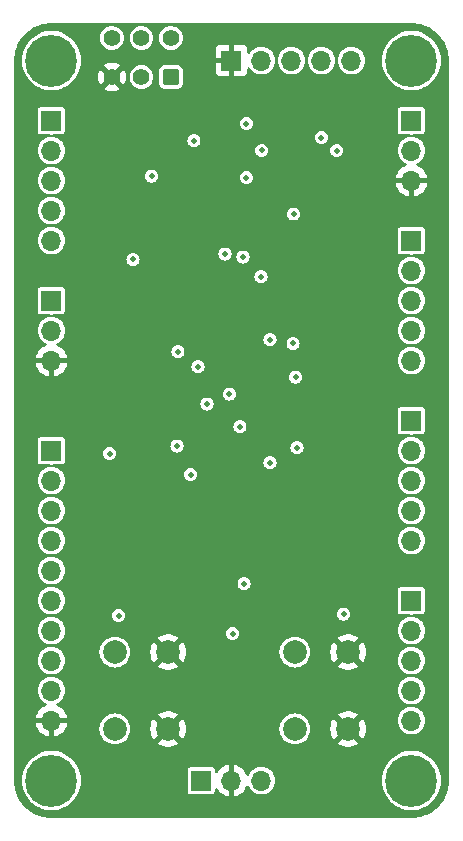
<source format=gbr>
%TF.GenerationSoftware,KiCad,Pcbnew,7.0.10-7.0.10~ubuntu22.04.1*%
%TF.CreationDate,2024-07-06T10:43:03+02:00*%
%TF.ProjectId,hardware,68617264-7761-4726-952e-6b696361645f,rev?*%
%TF.SameCoordinates,Original*%
%TF.FileFunction,Copper,L2,Inr*%
%TF.FilePolarity,Positive*%
%FSLAX46Y46*%
G04 Gerber Fmt 4.6, Leading zero omitted, Abs format (unit mm)*
G04 Created by KiCad (PCBNEW 7.0.10-7.0.10~ubuntu22.04.1) date 2024-07-06 10:43:03*
%MOMM*%
%LPD*%
G01*
G04 APERTURE LIST*
G04 Aperture macros list*
%AMRoundRect*
0 Rectangle with rounded corners*
0 $1 Rounding radius*
0 $2 $3 $4 $5 $6 $7 $8 $9 X,Y pos of 4 corners*
0 Add a 4 corners polygon primitive as box body*
4,1,4,$2,$3,$4,$5,$6,$7,$8,$9,$2,$3,0*
0 Add four circle primitives for the rounded corners*
1,1,$1+$1,$2,$3*
1,1,$1+$1,$4,$5*
1,1,$1+$1,$6,$7*
1,1,$1+$1,$8,$9*
0 Add four rect primitives between the rounded corners*
20,1,$1+$1,$2,$3,$4,$5,0*
20,1,$1+$1,$4,$5,$6,$7,0*
20,1,$1+$1,$6,$7,$8,$9,0*
20,1,$1+$1,$8,$9,$2,$3,0*%
G04 Aperture macros list end*
%TA.AperFunction,ComponentPad*%
%ADD10R,1.700000X1.700000*%
%TD*%
%TA.AperFunction,ComponentPad*%
%ADD11O,1.700000X1.700000*%
%TD*%
%TA.AperFunction,ComponentPad*%
%ADD12C,0.700000*%
%TD*%
%TA.AperFunction,ComponentPad*%
%ADD13C,4.400000*%
%TD*%
%TA.AperFunction,ComponentPad*%
%ADD14C,2.000000*%
%TD*%
%TA.AperFunction,ComponentPad*%
%ADD15RoundRect,0.250000X0.450000X0.450000X-0.450000X0.450000X-0.450000X-0.450000X0.450000X-0.450000X0*%
%TD*%
%TA.AperFunction,ComponentPad*%
%ADD16C,1.400000*%
%TD*%
%TA.AperFunction,ViaPad*%
%ADD17C,0.500000*%
%TD*%
G04 APERTURE END LIST*
D10*
%TO.N,+5V*%
%TO.C,J8*%
X124244000Y-100330000D03*
D11*
%TO.N,+3V3*%
X124244000Y-102870000D03*
%TO.N,GND*%
X124244000Y-105410000D03*
%TD*%
D10*
%TO.N,USART1_TX*%
%TO.C,J2*%
X136944000Y-140970000D03*
D11*
%TO.N,GND*%
X139484000Y-140970000D03*
%TO.N,USART1_RX*%
X142024000Y-140970000D03*
%TD*%
D12*
%TO.N,unconnected-(H1-Pad1)*%
%TO.C,H1*%
X153074000Y-80010000D03*
X153557274Y-78843274D03*
X153557274Y-81176726D03*
X154724000Y-78360000D03*
D13*
X154724000Y-80010000D03*
D12*
X154724000Y-81660000D03*
X155890726Y-78843274D03*
X155890726Y-81176726D03*
X156374000Y-80010000D03*
%TD*%
D10*
%TO.N,+3V3*%
%TO.C,J3*%
X124244000Y-113030000D03*
D11*
%TO.N,PA0*%
X124244000Y-115570000D03*
%TO.N,PA1*%
X124244000Y-118110000D03*
%TO.N,PA4*%
X124244000Y-120650000D03*
%TO.N,PA5*%
X124244000Y-123190000D03*
%TO.N,PA6*%
X124244000Y-125730000D03*
%TO.N,PA7*%
X124244000Y-128270000D03*
%TO.N,PB0*%
X124244000Y-130810000D03*
%TO.N,PB1*%
X124244000Y-133350000D03*
%TO.N,GND*%
X124244000Y-135890000D03*
%TD*%
D12*
%TO.N,unconnected-(H2-Pad1)*%
%TO.C,H2*%
X122594000Y-80010000D03*
X123077274Y-78843274D03*
X123077274Y-81176726D03*
X124244000Y-78360000D03*
D13*
X124244000Y-80010000D03*
D12*
X124244000Y-81660000D03*
X125410726Y-78843274D03*
X125410726Y-81176726D03*
X125894000Y-80010000D03*
%TD*%
D10*
%TO.N,PA10*%
%TO.C,J4*%
X154724000Y-110490000D03*
D11*
%TO.N,PA9*%
X154724000Y-113030000D03*
%TO.N,PA8*%
X154724000Y-115570000D03*
%TO.N,PB15*%
X154724000Y-118110000D03*
%TO.N,PB14*%
X154724000Y-120650000D03*
%TD*%
D10*
%TO.N,+5V*%
%TO.C,J9*%
X154724000Y-85090000D03*
D11*
%TO.N,+3V3*%
X154724000Y-87630000D03*
%TO.N,GND*%
X154724000Y-90170000D03*
%TD*%
D14*
%TO.N,NRST*%
%TO.C,SW1*%
X129614000Y-136600000D03*
X129614000Y-130100000D03*
%TO.N,GND*%
X134114000Y-136600000D03*
X134114000Y-130100000D03*
%TD*%
D10*
%TO.N,GND*%
%TO.C,J1*%
X139484000Y-80010000D03*
D11*
%TO.N,Net-(J1-Pin_2)*%
X142024000Y-80010000D03*
%TO.N,Net-(J1-Pin_3)*%
X144564000Y-80010000D03*
%TO.N,Net-(J1-Pin_4)*%
X147104000Y-80010000D03*
%TO.N,+3V3*%
X149644000Y-80010000D03*
%TD*%
D12*
%TO.N,unconnected-(H4-Pad1)*%
%TO.C,H4*%
X122594000Y-140970000D03*
X123077274Y-139803274D03*
X123077274Y-142136726D03*
X124244000Y-139320000D03*
D13*
X124244000Y-140970000D03*
D12*
X124244000Y-142620000D03*
X125410726Y-139803274D03*
X125410726Y-142136726D03*
X125894000Y-140970000D03*
%TD*%
D15*
%TO.N,+3V3*%
%TO.C,SW3*%
X134364000Y-81405000D03*
D16*
%TO.N,Net-(D5-A)*%
X131864000Y-81405000D03*
%TO.N,GND*%
X129364000Y-81405000D03*
%TO.N,N/C*%
X129364000Y-78105000D03*
X131864000Y-78105000D03*
X134364000Y-78105000D03*
%TD*%
D10*
%TO.N,PB5*%
%TO.C,J7*%
X124244000Y-85090000D03*
D11*
%TO.N,PB6*%
X124244000Y-87630000D03*
%TO.N,PB7*%
X124244000Y-90170000D03*
%TO.N,PB8*%
X124244000Y-92710000D03*
%TO.N,PB9*%
X124244000Y-95250000D03*
%TD*%
D14*
%TO.N,USER_BTN*%
%TO.C,SW2*%
X144854000Y-136600000D03*
X144854000Y-130100000D03*
%TO.N,GND*%
X149354000Y-136600000D03*
X149354000Y-130100000D03*
%TD*%
D10*
%TO.N,PB4*%
%TO.C,J5*%
X154724000Y-95250000D03*
D11*
%TO.N,PB3*%
X154724000Y-97790000D03*
%TO.N,PA15*%
X154724000Y-100330000D03*
%TO.N,PA12*%
X154724000Y-102870000D03*
%TO.N,PA11*%
X154724000Y-105410000D03*
%TD*%
D10*
%TO.N,PB13*%
%TO.C,J6*%
X154724000Y-125730000D03*
D11*
%TO.N,PB12*%
X154724000Y-128270000D03*
%TO.N,PB11*%
X154724000Y-130810000D03*
%TO.N,PB10*%
X154724000Y-133350000D03*
%TO.N,PB2*%
X154724000Y-135890000D03*
%TD*%
D12*
%TO.N,unconnected-(H3-Pad1)*%
%TO.C,H3*%
X153074000Y-140970000D03*
X153557274Y-139803274D03*
X153557274Y-142136726D03*
X154724000Y-139320000D03*
D13*
X154724000Y-140970000D03*
D12*
X154724000Y-142620000D03*
X155890726Y-139803274D03*
X155890726Y-142136726D03*
X156374000Y-140970000D03*
%TD*%
D17*
%TO.N,NRST*%
X137414000Y-109093000D03*
X138938000Y-96393000D03*
%TO.N,GND*%
X151550000Y-87800000D03*
X142750000Y-118650000D03*
X126746000Y-108331000D03*
X130100000Y-95800000D03*
X129286000Y-111760000D03*
X136950000Y-135500000D03*
X148250000Y-96350000D03*
X130429000Y-105918000D03*
X149150000Y-117150000D03*
X152400000Y-124600000D03*
X148400000Y-89950000D03*
X134050000Y-98450000D03*
X126550000Y-122000000D03*
X130810000Y-110236000D03*
X138350000Y-126200000D03*
X135550000Y-113950000D03*
X152200000Y-132100000D03*
X128550000Y-91450000D03*
X138200000Y-89950000D03*
X126350000Y-86750000D03*
X138250000Y-121600000D03*
X144050000Y-127750000D03*
X141732000Y-111887000D03*
X146431000Y-104902000D03*
X126100000Y-119950000D03*
X151150000Y-96550000D03*
X126200000Y-91750000D03*
X137414000Y-92837000D03*
X126800000Y-96100000D03*
X139450000Y-137400000D03*
X152850000Y-123250000D03*
X133900000Y-120550000D03*
X148100000Y-91000000D03*
X143200000Y-89800000D03*
X131350000Y-104900000D03*
X131650000Y-123850000D03*
X152650000Y-130000000D03*
X137750000Y-96900000D03*
X134150000Y-89900000D03*
X135650000Y-117250000D03*
X127127000Y-110109000D03*
X143550000Y-115800000D03*
X136525000Y-109728000D03*
X137668000Y-106045000D03*
X145800000Y-115750000D03*
X140250000Y-98400000D03*
X134500000Y-100350000D03*
X126150000Y-127550000D03*
X126600000Y-130000000D03*
X146850000Y-99200000D03*
X130700000Y-122350000D03*
X133750000Y-116900000D03*
X131100000Y-91500000D03*
X145800000Y-117100000D03*
X146150000Y-91100000D03*
X146650000Y-122550000D03*
X135750000Y-120600000D03*
X151750000Y-116350000D03*
X146500000Y-118600000D03*
X151250000Y-109500000D03*
X141250000Y-91750000D03*
X149050000Y-83100000D03*
X147100000Y-88850000D03*
X127050000Y-116900000D03*
X147200000Y-114250000D03*
X149650000Y-87400000D03*
X130048000Y-103886000D03*
X138250000Y-138650000D03*
X133096000Y-103378000D03*
X130800000Y-116650000D03*
X131950000Y-94850000D03*
X150100000Y-124200000D03*
X128150000Y-122950000D03*
X150200000Y-101850000D03*
X152150000Y-106700000D03*
X151250000Y-93000000D03*
X134100000Y-94400000D03*
X146100000Y-120000000D03*
X149700000Y-111650000D03*
X133900000Y-126900000D03*
X142240000Y-106553000D03*
X151800000Y-119650000D03*
X130600000Y-99550000D03*
X131350000Y-88900000D03*
X152450000Y-114700000D03*
X138800000Y-83550000D03*
X130600000Y-125500000D03*
X136250000Y-90350000D03*
X148550000Y-105850000D03*
X151550000Y-99150000D03*
%TO.N,USER_BTN*%
X140200000Y-111000000D03*
%TO.N,+3V3*%
X147100000Y-86550000D03*
X136300000Y-86800000D03*
X140750000Y-89925000D03*
X129921000Y-127000000D03*
X145034000Y-112776000D03*
X142050000Y-87625000D03*
X144750000Y-93000000D03*
X140750000Y-85350000D03*
X142748000Y-114046000D03*
X148971000Y-126873000D03*
X140550000Y-124300000D03*
X136652000Y-105918000D03*
X129159000Y-113284000D03*
X144700000Y-103950000D03*
X134950000Y-104650000D03*
X148400000Y-87650000D03*
%TO.N,BOOT*%
X131150000Y-96850000D03*
X132715000Y-89789000D03*
%TO.N,STATUS_LED*%
X139573000Y-128524000D03*
X139300000Y-108250000D03*
%TO.N,USART1_TX*%
X134874000Y-112649000D03*
%TO.N,USART1_RX*%
X136017000Y-115062000D03*
%TO.N,SWCLK*%
X141986000Y-98298000D03*
X142748000Y-103632000D03*
%TO.N,SWDIO*%
X140462000Y-96647000D03*
X144907000Y-106807000D03*
%TD*%
%TA.AperFunction,Conductor*%
%TO.N,GND*%
G36*
X154727243Y-76835669D02*
G01*
X154857462Y-76842494D01*
X155056891Y-76853695D01*
X155069279Y-76855020D01*
X155224090Y-76879540D01*
X155225355Y-76879748D01*
X155397022Y-76908915D01*
X155408324Y-76911383D01*
X155564557Y-76953246D01*
X155566779Y-76953863D01*
X155729163Y-77000645D01*
X155739235Y-77004022D01*
X155892216Y-77062746D01*
X155895155Y-77063919D01*
X156049378Y-77127801D01*
X156058206Y-77131870D01*
X156205092Y-77206712D01*
X156208745Y-77208651D01*
X156353948Y-77288902D01*
X156361485Y-77293425D01*
X156500257Y-77383545D01*
X156504385Y-77386349D01*
X156639245Y-77482037D01*
X156645494Y-77486775D01*
X156702242Y-77532729D01*
X156774292Y-77591075D01*
X156778882Y-77594981D01*
X156901970Y-77704978D01*
X156907025Y-77709757D01*
X157024241Y-77826973D01*
X157029020Y-77832028D01*
X157139017Y-77955116D01*
X157142923Y-77959706D01*
X157223903Y-78059707D01*
X157239949Y-78079522D01*
X157247211Y-78088489D01*
X157251969Y-78094764D01*
X157347635Y-78229593D01*
X157350468Y-78233764D01*
X157390177Y-78294909D01*
X157440568Y-78372505D01*
X157445101Y-78380059D01*
X157525338Y-78525237D01*
X157527295Y-78528923D01*
X157602125Y-78675786D01*
X157606201Y-78684628D01*
X157670064Y-78838806D01*
X157671267Y-78841821D01*
X157729969Y-78994744D01*
X157733359Y-79004855D01*
X157780131Y-79167208D01*
X157780752Y-79169441D01*
X157822612Y-79325662D01*
X157825085Y-79336986D01*
X157854246Y-79508618D01*
X157854471Y-79509989D01*
X157878974Y-79664689D01*
X157880306Y-79677135D01*
X157891506Y-79876562D01*
X157891531Y-79877025D01*
X157898330Y-80006756D01*
X157898500Y-80013246D01*
X157898500Y-140966753D01*
X157898330Y-140973243D01*
X157891531Y-141102973D01*
X157891506Y-141103436D01*
X157880306Y-141302863D01*
X157878974Y-141315309D01*
X157854471Y-141470009D01*
X157854246Y-141471380D01*
X157825085Y-141643012D01*
X157822612Y-141654336D01*
X157780752Y-141810557D01*
X157780131Y-141812790D01*
X157733359Y-141975143D01*
X157729969Y-141985254D01*
X157671267Y-142138177D01*
X157670064Y-142141192D01*
X157606201Y-142295370D01*
X157602125Y-142304212D01*
X157527295Y-142451075D01*
X157525338Y-142454761D01*
X157445101Y-142599939D01*
X157440568Y-142607493D01*
X157350484Y-142746211D01*
X157347618Y-142750431D01*
X157251974Y-142885228D01*
X157247211Y-142891509D01*
X157142923Y-143020292D01*
X157139017Y-143024882D01*
X157029020Y-143147970D01*
X157024241Y-143153025D01*
X156907025Y-143270241D01*
X156901970Y-143275020D01*
X156778882Y-143385017D01*
X156774292Y-143388923D01*
X156645509Y-143493211D01*
X156639228Y-143497974D01*
X156504431Y-143593618D01*
X156500211Y-143596484D01*
X156361493Y-143686568D01*
X156353939Y-143691101D01*
X156208761Y-143771338D01*
X156205075Y-143773295D01*
X156058212Y-143848125D01*
X156049370Y-143852201D01*
X155895192Y-143916064D01*
X155892177Y-143917267D01*
X155739254Y-143975969D01*
X155729143Y-143979359D01*
X155566790Y-144026131D01*
X155564557Y-144026752D01*
X155408336Y-144068612D01*
X155397012Y-144071085D01*
X155225380Y-144100246D01*
X155224009Y-144100471D01*
X155069309Y-144124974D01*
X155056863Y-144126306D01*
X154857436Y-144137506D01*
X154856973Y-144137531D01*
X154727244Y-144144330D01*
X154720754Y-144144500D01*
X124247246Y-144144500D01*
X124240756Y-144144330D01*
X124111025Y-144137531D01*
X124110562Y-144137506D01*
X123911135Y-144126306D01*
X123898689Y-144124974D01*
X123743989Y-144100471D01*
X123742618Y-144100246D01*
X123570986Y-144071085D01*
X123559662Y-144068612D01*
X123403441Y-144026752D01*
X123401208Y-144026131D01*
X123238855Y-143979359D01*
X123228744Y-143975969D01*
X123075821Y-143917267D01*
X123072806Y-143916064D01*
X122918628Y-143852201D01*
X122909786Y-143848125D01*
X122762923Y-143773295D01*
X122759237Y-143771338D01*
X122614059Y-143691101D01*
X122606505Y-143686568D01*
X122560387Y-143656619D01*
X122467764Y-143596468D01*
X122463593Y-143593635D01*
X122328764Y-143497969D01*
X122322489Y-143493211D01*
X122193706Y-143388923D01*
X122189116Y-143385017D01*
X122066028Y-143275020D01*
X122060973Y-143270241D01*
X121943757Y-143153025D01*
X121938978Y-143147970D01*
X121828981Y-143024882D01*
X121825075Y-143020292D01*
X121766729Y-142948242D01*
X121720775Y-142891494D01*
X121716037Y-142885245D01*
X121620349Y-142750385D01*
X121617545Y-142746257D01*
X121527425Y-142607485D01*
X121522897Y-142599939D01*
X121442660Y-142454761D01*
X121440703Y-142451075D01*
X121421621Y-142413625D01*
X121365870Y-142304206D01*
X121361797Y-142295370D01*
X121340284Y-142243433D01*
X121297919Y-142141155D01*
X121296746Y-142138216D01*
X121238022Y-141985235D01*
X121234645Y-141975163D01*
X121187863Y-141812779D01*
X121187246Y-141810557D01*
X121170593Y-141748407D01*
X121145383Y-141654324D01*
X121142913Y-141643012D01*
X121142198Y-141638805D01*
X121113748Y-141471355D01*
X121113527Y-141470009D01*
X121113120Y-141467439D01*
X121089020Y-141315279D01*
X121087695Y-141302891D01*
X121076481Y-141103220D01*
X121069669Y-140973243D01*
X121069585Y-140970005D01*
X121738556Y-140970005D01*
X121758310Y-141284004D01*
X121758311Y-141284011D01*
X121779333Y-141394212D01*
X121793790Y-141470000D01*
X121817270Y-141593083D01*
X121914497Y-141892316D01*
X121914499Y-141892321D01*
X122048461Y-142177003D01*
X122048464Y-142177009D01*
X122217051Y-142442661D01*
X122217054Y-142442665D01*
X122417606Y-142685090D01*
X122417608Y-142685092D01*
X122417610Y-142685094D01*
X122630731Y-142885228D01*
X122646968Y-142900476D01*
X122646978Y-142900484D01*
X122901504Y-143085408D01*
X122901509Y-143085410D01*
X122901516Y-143085416D01*
X123177234Y-143236994D01*
X123177239Y-143236996D01*
X123177241Y-143236997D01*
X123177242Y-143236998D01*
X123469771Y-143352818D01*
X123469774Y-143352819D01*
X123774523Y-143431065D01*
X123774527Y-143431066D01*
X123840010Y-143439338D01*
X124086670Y-143470499D01*
X124086679Y-143470499D01*
X124086682Y-143470500D01*
X124086684Y-143470500D01*
X124401316Y-143470500D01*
X124401318Y-143470500D01*
X124401321Y-143470499D01*
X124401329Y-143470499D01*
X124587593Y-143446968D01*
X124713473Y-143431066D01*
X125018225Y-143352819D01*
X125078100Y-143329113D01*
X125310757Y-143236998D01*
X125310758Y-143236997D01*
X125310756Y-143236997D01*
X125310766Y-143236994D01*
X125586484Y-143085416D01*
X125841030Y-142900478D01*
X126070390Y-142685094D01*
X126270947Y-142442663D01*
X126439537Y-142177007D01*
X126573503Y-141892315D01*
X126582425Y-141864856D01*
X135793500Y-141864856D01*
X135793502Y-141864882D01*
X135796413Y-141889987D01*
X135796415Y-141889991D01*
X135841793Y-141992764D01*
X135841794Y-141992765D01*
X135921235Y-142072206D01*
X136024009Y-142117585D01*
X136049135Y-142120500D01*
X137838864Y-142120499D01*
X137838879Y-142120497D01*
X137838882Y-142120497D01*
X137863987Y-142117586D01*
X137863988Y-142117585D01*
X137863991Y-142117585D01*
X137966765Y-142072206D01*
X138046206Y-141992765D01*
X138091585Y-141889991D01*
X138094500Y-141864865D01*
X138094499Y-141732516D01*
X138114183Y-141665480D01*
X138166987Y-141619725D01*
X138236145Y-141609781D01*
X138299701Y-141638805D01*
X138320073Y-141661395D01*
X138445890Y-141841078D01*
X138612917Y-142008105D01*
X138806421Y-142143600D01*
X139020507Y-142243429D01*
X139020516Y-142243433D01*
X139234000Y-142300634D01*
X139234000Y-141405501D01*
X139341685Y-141454680D01*
X139448237Y-141470000D01*
X139519763Y-141470000D01*
X139626315Y-141454680D01*
X139734000Y-141405501D01*
X139734000Y-142300633D01*
X139947483Y-142243433D01*
X139947492Y-142243429D01*
X140161578Y-142143600D01*
X140355082Y-142008105D01*
X140522105Y-141841082D01*
X140657600Y-141647578D01*
X140751294Y-141446651D01*
X140797466Y-141394212D01*
X140864660Y-141375060D01*
X140931541Y-141395276D01*
X140974676Y-141443785D01*
X141041632Y-141578253D01*
X141170127Y-141748406D01*
X141170128Y-141748407D01*
X141327698Y-141892052D01*
X141508981Y-142004298D01*
X141707802Y-142081321D01*
X141917390Y-142120500D01*
X141917392Y-142120500D01*
X142130608Y-142120500D01*
X142130610Y-142120500D01*
X142340198Y-142081321D01*
X142539019Y-142004298D01*
X142720302Y-141892052D01*
X142877872Y-141748407D01*
X143006366Y-141578255D01*
X143059583Y-141471380D01*
X143101403Y-141387394D01*
X143101403Y-141387393D01*
X143101405Y-141387389D01*
X143159756Y-141182310D01*
X143179429Y-140970005D01*
X152218556Y-140970005D01*
X152238310Y-141284004D01*
X152238311Y-141284011D01*
X152259333Y-141394212D01*
X152273790Y-141470000D01*
X152297270Y-141593083D01*
X152394497Y-141892316D01*
X152394499Y-141892321D01*
X152528461Y-142177003D01*
X152528464Y-142177009D01*
X152697051Y-142442661D01*
X152697054Y-142442665D01*
X152897606Y-142685090D01*
X152897608Y-142685092D01*
X152897610Y-142685094D01*
X153110731Y-142885228D01*
X153126968Y-142900476D01*
X153126978Y-142900484D01*
X153381504Y-143085408D01*
X153381509Y-143085410D01*
X153381516Y-143085416D01*
X153657234Y-143236994D01*
X153657239Y-143236996D01*
X153657241Y-143236997D01*
X153657242Y-143236998D01*
X153949771Y-143352818D01*
X153949774Y-143352819D01*
X154254523Y-143431065D01*
X154254527Y-143431066D01*
X154320010Y-143439338D01*
X154566670Y-143470499D01*
X154566679Y-143470499D01*
X154566682Y-143470500D01*
X154566684Y-143470500D01*
X154881316Y-143470500D01*
X154881318Y-143470500D01*
X154881321Y-143470499D01*
X154881329Y-143470499D01*
X155067593Y-143446968D01*
X155193473Y-143431066D01*
X155498225Y-143352819D01*
X155558100Y-143329113D01*
X155790757Y-143236998D01*
X155790758Y-143236997D01*
X155790756Y-143236997D01*
X155790766Y-143236994D01*
X156066484Y-143085416D01*
X156321030Y-142900478D01*
X156550390Y-142685094D01*
X156750947Y-142442663D01*
X156919537Y-142177007D01*
X157053503Y-141892315D01*
X157150731Y-141593079D01*
X157209688Y-141284015D01*
X157229444Y-140970000D01*
X157224921Y-140898111D01*
X157209689Y-140655995D01*
X157209688Y-140655988D01*
X157209688Y-140655985D01*
X157150731Y-140346921D01*
X157053503Y-140047685D01*
X156919537Y-139762993D01*
X156750947Y-139497337D01*
X156750945Y-139497334D01*
X156550393Y-139254909D01*
X156550391Y-139254907D01*
X156321031Y-139039523D01*
X156321021Y-139039515D01*
X156066495Y-138854591D01*
X156066488Y-138854586D01*
X156066484Y-138854584D01*
X155790766Y-138703006D01*
X155790763Y-138703004D01*
X155790758Y-138703002D01*
X155790757Y-138703001D01*
X155498228Y-138587181D01*
X155498225Y-138587180D01*
X155193476Y-138508934D01*
X155193463Y-138508932D01*
X154881329Y-138469500D01*
X154881318Y-138469500D01*
X154566682Y-138469500D01*
X154566670Y-138469500D01*
X154254536Y-138508932D01*
X154254523Y-138508934D01*
X153949774Y-138587180D01*
X153949771Y-138587181D01*
X153657242Y-138703001D01*
X153657241Y-138703002D01*
X153381516Y-138854584D01*
X153381504Y-138854591D01*
X153126978Y-139039515D01*
X153126968Y-139039523D01*
X152897608Y-139254907D01*
X152897606Y-139254909D01*
X152697054Y-139497334D01*
X152697051Y-139497338D01*
X152528464Y-139762990D01*
X152528461Y-139762996D01*
X152394499Y-140047678D01*
X152394497Y-140047683D01*
X152297270Y-140346916D01*
X152238311Y-140655988D01*
X152238310Y-140655995D01*
X152218556Y-140969994D01*
X152218556Y-140970005D01*
X143179429Y-140970005D01*
X143179429Y-140970000D01*
X143179428Y-140969994D01*
X143177605Y-140950326D01*
X143159756Y-140757690D01*
X143101405Y-140552611D01*
X143101403Y-140552606D01*
X143101403Y-140552605D01*
X143006367Y-140361746D01*
X142877872Y-140191593D01*
X142720302Y-140047948D01*
X142539019Y-139935702D01*
X142539017Y-139935701D01*
X142439608Y-139897190D01*
X142340198Y-139858679D01*
X142130610Y-139819500D01*
X141917390Y-139819500D01*
X141707802Y-139858679D01*
X141707799Y-139858679D01*
X141707799Y-139858680D01*
X141508982Y-139935701D01*
X141508980Y-139935702D01*
X141327699Y-140047947D01*
X141170127Y-140191593D01*
X141041634Y-140361744D01*
X140974676Y-140496215D01*
X140927173Y-140547452D01*
X140859510Y-140564873D01*
X140793170Y-140542947D01*
X140751294Y-140493348D01*
X140657600Y-140292422D01*
X140657599Y-140292420D01*
X140522113Y-140098926D01*
X140522108Y-140098920D01*
X140355082Y-139931894D01*
X140161578Y-139796399D01*
X139947492Y-139696570D01*
X139947486Y-139696567D01*
X139734000Y-139639364D01*
X139734000Y-140534498D01*
X139626315Y-140485320D01*
X139519763Y-140470000D01*
X139448237Y-140470000D01*
X139341685Y-140485320D01*
X139234000Y-140534498D01*
X139234000Y-139639364D01*
X139233999Y-139639364D01*
X139020513Y-139696567D01*
X139020507Y-139696570D01*
X138806422Y-139796399D01*
X138806420Y-139796400D01*
X138612926Y-139931886D01*
X138612920Y-139931891D01*
X138445891Y-140098920D01*
X138445890Y-140098922D01*
X138320074Y-140278606D01*
X138265497Y-140322230D01*
X138195998Y-140329423D01*
X138133644Y-140297901D01*
X138098230Y-140237671D01*
X138094499Y-140207482D01*
X138094499Y-140075143D01*
X138094499Y-140075136D01*
X138094497Y-140075117D01*
X138091586Y-140050012D01*
X138091585Y-140050010D01*
X138091585Y-140050009D01*
X138046206Y-139947235D01*
X137966765Y-139867794D01*
X137946124Y-139858680D01*
X137863992Y-139822415D01*
X137838865Y-139819500D01*
X136049143Y-139819500D01*
X136049117Y-139819502D01*
X136024012Y-139822413D01*
X136024008Y-139822415D01*
X135921235Y-139867793D01*
X135841794Y-139947234D01*
X135796415Y-140050006D01*
X135796415Y-140050008D01*
X135793500Y-140075131D01*
X135793500Y-141864856D01*
X126582425Y-141864856D01*
X126670731Y-141593079D01*
X126729688Y-141284015D01*
X126749444Y-140970000D01*
X126744921Y-140898111D01*
X126729689Y-140655995D01*
X126729688Y-140655988D01*
X126729688Y-140655985D01*
X126670731Y-140346921D01*
X126573503Y-140047685D01*
X126439537Y-139762993D01*
X126270947Y-139497337D01*
X126270945Y-139497334D01*
X126070393Y-139254909D01*
X126070391Y-139254907D01*
X125841031Y-139039523D01*
X125841021Y-139039515D01*
X125586495Y-138854591D01*
X125586488Y-138854586D01*
X125586484Y-138854584D01*
X125310766Y-138703006D01*
X125310763Y-138703004D01*
X125310758Y-138703002D01*
X125310757Y-138703001D01*
X125018228Y-138587181D01*
X125018225Y-138587180D01*
X124713476Y-138508934D01*
X124713463Y-138508932D01*
X124401329Y-138469500D01*
X124401318Y-138469500D01*
X124086682Y-138469500D01*
X124086670Y-138469500D01*
X123774536Y-138508932D01*
X123774523Y-138508934D01*
X123469774Y-138587180D01*
X123469771Y-138587181D01*
X123177242Y-138703001D01*
X123177241Y-138703002D01*
X122901516Y-138854584D01*
X122901504Y-138854591D01*
X122646978Y-139039515D01*
X122646968Y-139039523D01*
X122417608Y-139254907D01*
X122417606Y-139254909D01*
X122217054Y-139497334D01*
X122217051Y-139497338D01*
X122048464Y-139762990D01*
X122048461Y-139762996D01*
X121914499Y-140047678D01*
X121914497Y-140047683D01*
X121817270Y-140346916D01*
X121758311Y-140655988D01*
X121758310Y-140655995D01*
X121738556Y-140969994D01*
X121738556Y-140970005D01*
X121069585Y-140970005D01*
X121069500Y-140966755D01*
X121069500Y-136140000D01*
X122913364Y-136140000D01*
X122970567Y-136353486D01*
X122970570Y-136353492D01*
X123070399Y-136567578D01*
X123205894Y-136761082D01*
X123372917Y-136928105D01*
X123566421Y-137063600D01*
X123780507Y-137163429D01*
X123780516Y-137163433D01*
X123994000Y-137220634D01*
X123994000Y-136325501D01*
X124101685Y-136374680D01*
X124208237Y-136390000D01*
X124279763Y-136390000D01*
X124386315Y-136374680D01*
X124494000Y-136325501D01*
X124494000Y-137220633D01*
X124707483Y-137163433D01*
X124707492Y-137163429D01*
X124921578Y-137063600D01*
X125115082Y-136928105D01*
X125282105Y-136761082D01*
X125394897Y-136600001D01*
X128308532Y-136600001D01*
X128328364Y-136826686D01*
X128328366Y-136826697D01*
X128387258Y-137046488D01*
X128387261Y-137046497D01*
X128483431Y-137252732D01*
X128483432Y-137252734D01*
X128613954Y-137439141D01*
X128774858Y-137600045D01*
X128774861Y-137600047D01*
X128961266Y-137730568D01*
X129167504Y-137826739D01*
X129387308Y-137885635D01*
X129549230Y-137899801D01*
X129613998Y-137905468D01*
X129614000Y-137905468D01*
X129614002Y-137905468D01*
X129670673Y-137900509D01*
X129840692Y-137885635D01*
X130060496Y-137826739D01*
X130266734Y-137730568D01*
X130453139Y-137600047D01*
X130614047Y-137439139D01*
X130744568Y-137252734D01*
X130840739Y-137046496D01*
X130899635Y-136826692D01*
X130919468Y-136600005D01*
X132608859Y-136600005D01*
X132629385Y-136847729D01*
X132629387Y-136847738D01*
X132690412Y-137088717D01*
X132790266Y-137316364D01*
X132890564Y-137469882D01*
X133588070Y-136772376D01*
X133590884Y-136785915D01*
X133660442Y-136920156D01*
X133763638Y-137030652D01*
X133892819Y-137109209D01*
X133944002Y-137123549D01*
X133243942Y-137823609D01*
X133290768Y-137860055D01*
X133290770Y-137860056D01*
X133509385Y-137978364D01*
X133509396Y-137978369D01*
X133744506Y-138059083D01*
X133989707Y-138100000D01*
X134238293Y-138100000D01*
X134483493Y-138059083D01*
X134718603Y-137978369D01*
X134718614Y-137978364D01*
X134937228Y-137860057D01*
X134937231Y-137860055D01*
X134984056Y-137823609D01*
X134285568Y-137125121D01*
X134402458Y-137074349D01*
X134519739Y-136978934D01*
X134606928Y-136855415D01*
X134637354Y-136769802D01*
X135337434Y-137469882D01*
X135437731Y-137316369D01*
X135537587Y-137088717D01*
X135598612Y-136847738D01*
X135598614Y-136847729D01*
X135619141Y-136600005D01*
X135619141Y-136600001D01*
X143548532Y-136600001D01*
X143568364Y-136826686D01*
X143568366Y-136826697D01*
X143627258Y-137046488D01*
X143627261Y-137046497D01*
X143723431Y-137252732D01*
X143723432Y-137252734D01*
X143853954Y-137439141D01*
X144014858Y-137600045D01*
X144014861Y-137600047D01*
X144201266Y-137730568D01*
X144407504Y-137826739D01*
X144627308Y-137885635D01*
X144789230Y-137899801D01*
X144853998Y-137905468D01*
X144854000Y-137905468D01*
X144854002Y-137905468D01*
X144910673Y-137900509D01*
X145080692Y-137885635D01*
X145300496Y-137826739D01*
X145506734Y-137730568D01*
X145693139Y-137600047D01*
X145854047Y-137439139D01*
X145984568Y-137252734D01*
X146080739Y-137046496D01*
X146139635Y-136826692D01*
X146159468Y-136600005D01*
X147848859Y-136600005D01*
X147869385Y-136847729D01*
X147869387Y-136847738D01*
X147930412Y-137088717D01*
X148030266Y-137316364D01*
X148130564Y-137469882D01*
X148828070Y-136772376D01*
X148830884Y-136785915D01*
X148900442Y-136920156D01*
X149003638Y-137030652D01*
X149132819Y-137109209D01*
X149184002Y-137123549D01*
X148483942Y-137823609D01*
X148530768Y-137860055D01*
X148530770Y-137860056D01*
X148749385Y-137978364D01*
X148749396Y-137978369D01*
X148984506Y-138059083D01*
X149229707Y-138100000D01*
X149478293Y-138100000D01*
X149723493Y-138059083D01*
X149958603Y-137978369D01*
X149958614Y-137978364D01*
X150177228Y-137860057D01*
X150177231Y-137860055D01*
X150224056Y-137823609D01*
X149525568Y-137125121D01*
X149642458Y-137074349D01*
X149759739Y-136978934D01*
X149846928Y-136855415D01*
X149877354Y-136769802D01*
X150577434Y-137469882D01*
X150677731Y-137316369D01*
X150777587Y-137088717D01*
X150838612Y-136847738D01*
X150838614Y-136847729D01*
X150859141Y-136600005D01*
X150859141Y-136599994D01*
X150838614Y-136352270D01*
X150838612Y-136352261D01*
X150777587Y-136111282D01*
X150680525Y-135890000D01*
X153568571Y-135890000D01*
X153588244Y-136102310D01*
X153646596Y-136307392D01*
X153646596Y-136307394D01*
X153741632Y-136498253D01*
X153847079Y-136637886D01*
X153870128Y-136668407D01*
X154027698Y-136812052D01*
X154208981Y-136924298D01*
X154407802Y-137001321D01*
X154617390Y-137040500D01*
X154617392Y-137040500D01*
X154830608Y-137040500D01*
X154830610Y-137040500D01*
X155040198Y-137001321D01*
X155239019Y-136924298D01*
X155420302Y-136812052D01*
X155577872Y-136668407D01*
X155706366Y-136498255D01*
X155760270Y-136390000D01*
X155801403Y-136307394D01*
X155801403Y-136307393D01*
X155801405Y-136307389D01*
X155859756Y-136102310D01*
X155879429Y-135890000D01*
X155859756Y-135677690D01*
X155801405Y-135472611D01*
X155801403Y-135472606D01*
X155801403Y-135472605D01*
X155706367Y-135281746D01*
X155577872Y-135111593D01*
X155565155Y-135100000D01*
X155420302Y-134967948D01*
X155239019Y-134855702D01*
X155239017Y-134855701D01*
X155139608Y-134817190D01*
X155040198Y-134778679D01*
X154843385Y-134741888D01*
X154781106Y-134710221D01*
X154745833Y-134649908D01*
X154748767Y-134580100D01*
X154788976Y-134522960D01*
X154843384Y-134498111D01*
X155040198Y-134461321D01*
X155239019Y-134384298D01*
X155420302Y-134272052D01*
X155577872Y-134128407D01*
X155706366Y-133958255D01*
X155801405Y-133767389D01*
X155859756Y-133562310D01*
X155879429Y-133350000D01*
X155859756Y-133137690D01*
X155801405Y-132932611D01*
X155801403Y-132932606D01*
X155801403Y-132932605D01*
X155706367Y-132741746D01*
X155577872Y-132571593D01*
X155420302Y-132427948D01*
X155239019Y-132315702D01*
X155239017Y-132315701D01*
X155139608Y-132277190D01*
X155040198Y-132238679D01*
X154843385Y-132201888D01*
X154781106Y-132170221D01*
X154745833Y-132109908D01*
X154748767Y-132040100D01*
X154788976Y-131982960D01*
X154843384Y-131958111D01*
X155040198Y-131921321D01*
X155239019Y-131844298D01*
X155420302Y-131732052D01*
X155577872Y-131588407D01*
X155706366Y-131418255D01*
X155735345Y-131360057D01*
X155801403Y-131227394D01*
X155801403Y-131227393D01*
X155801405Y-131227389D01*
X155859756Y-131022310D01*
X155879429Y-130810000D01*
X155859756Y-130597690D01*
X155801405Y-130392611D01*
X155801403Y-130392606D01*
X155801403Y-130392605D01*
X155706367Y-130201746D01*
X155577872Y-130031593D01*
X155420302Y-129887948D01*
X155239019Y-129775702D01*
X155239017Y-129775701D01*
X155097986Y-129721066D01*
X155040198Y-129698679D01*
X154843385Y-129661888D01*
X154781106Y-129630221D01*
X154745833Y-129569908D01*
X154748767Y-129500100D01*
X154788976Y-129442960D01*
X154843384Y-129418111D01*
X155040198Y-129381321D01*
X155239019Y-129304298D01*
X155420302Y-129192052D01*
X155577872Y-129048407D01*
X155706366Y-128878255D01*
X155744523Y-128801625D01*
X155801403Y-128687394D01*
X155801403Y-128687393D01*
X155801405Y-128687389D01*
X155859756Y-128482310D01*
X155879429Y-128270000D01*
X155859756Y-128057690D01*
X155801405Y-127852611D01*
X155801403Y-127852606D01*
X155801403Y-127852605D01*
X155706367Y-127661746D01*
X155577872Y-127491593D01*
X155566100Y-127480861D01*
X155420302Y-127347948D01*
X155239019Y-127235702D01*
X155239017Y-127235701D01*
X155139608Y-127197190D01*
X155040198Y-127158679D01*
X154867456Y-127126387D01*
X154805176Y-127094719D01*
X154769903Y-127034407D01*
X154772837Y-126964599D01*
X154813046Y-126907459D01*
X154877764Y-126881128D01*
X154890233Y-126880499D01*
X155618864Y-126880499D01*
X155618879Y-126880497D01*
X155618882Y-126880497D01*
X155643987Y-126877586D01*
X155643988Y-126877585D01*
X155643991Y-126877585D01*
X155746765Y-126832206D01*
X155826206Y-126752765D01*
X155871585Y-126649991D01*
X155874500Y-126624865D01*
X155874499Y-124835136D01*
X155874497Y-124835117D01*
X155871586Y-124810012D01*
X155871585Y-124810010D01*
X155871585Y-124810009D01*
X155826206Y-124707235D01*
X155746765Y-124627794D01*
X155726124Y-124618680D01*
X155643992Y-124582415D01*
X155618865Y-124579500D01*
X153829143Y-124579500D01*
X153829117Y-124579502D01*
X153804012Y-124582413D01*
X153804008Y-124582415D01*
X153701235Y-124627793D01*
X153621794Y-124707234D01*
X153576415Y-124810006D01*
X153576415Y-124810008D01*
X153573500Y-124835131D01*
X153573500Y-126624856D01*
X153573502Y-126624882D01*
X153576413Y-126649987D01*
X153576415Y-126649991D01*
X153621793Y-126752764D01*
X153621794Y-126752765D01*
X153701235Y-126832206D01*
X153804009Y-126877585D01*
X153829135Y-126880500D01*
X154557758Y-126880499D01*
X154624795Y-126900183D01*
X154670550Y-126952987D01*
X154680494Y-127022146D01*
X154651469Y-127085702D01*
X154592691Y-127123476D01*
X154580542Y-127126388D01*
X154524116Y-127136935D01*
X154407802Y-127158679D01*
X154407800Y-127158679D01*
X154407798Y-127158680D01*
X154208982Y-127235701D01*
X154208980Y-127235702D01*
X154027699Y-127347947D01*
X153870127Y-127491593D01*
X153741632Y-127661746D01*
X153646596Y-127852605D01*
X153646596Y-127852607D01*
X153592385Y-128043137D01*
X153588244Y-128057690D01*
X153568571Y-128270000D01*
X153588244Y-128482310D01*
X153640995Y-128667709D01*
X153646596Y-128687392D01*
X153646596Y-128687394D01*
X153741632Y-128878253D01*
X153810488Y-128969432D01*
X153870128Y-129048407D01*
X154027698Y-129192052D01*
X154208981Y-129304298D01*
X154407802Y-129381321D01*
X154604613Y-129418111D01*
X154666893Y-129449779D01*
X154702166Y-129510092D01*
X154699232Y-129579900D01*
X154659023Y-129637040D01*
X154604613Y-129661888D01*
X154407802Y-129698679D01*
X154407799Y-129698679D01*
X154407799Y-129698680D01*
X154208982Y-129775701D01*
X154208980Y-129775702D01*
X154027699Y-129887947D01*
X153870127Y-130031593D01*
X153741632Y-130201746D01*
X153646596Y-130392605D01*
X153646596Y-130392607D01*
X153588244Y-130597689D01*
X153573878Y-130752732D01*
X153568571Y-130810000D01*
X153588244Y-131022310D01*
X153610362Y-131100047D01*
X153646596Y-131227392D01*
X153646596Y-131227394D01*
X153741632Y-131418253D01*
X153787030Y-131478369D01*
X153870128Y-131588407D01*
X154027698Y-131732052D01*
X154208981Y-131844298D01*
X154407802Y-131921321D01*
X154604613Y-131958111D01*
X154666893Y-131989779D01*
X154702166Y-132050092D01*
X154699232Y-132119900D01*
X154659023Y-132177040D01*
X154604613Y-132201888D01*
X154407802Y-132238679D01*
X154407799Y-132238679D01*
X154407799Y-132238680D01*
X154208982Y-132315701D01*
X154208980Y-132315702D01*
X154027699Y-132427947D01*
X153870127Y-132571593D01*
X153741632Y-132741746D01*
X153646596Y-132932605D01*
X153646596Y-132932607D01*
X153588244Y-133137689D01*
X153568571Y-133349999D01*
X153568571Y-133350000D01*
X153588244Y-133562310D01*
X153646596Y-133767392D01*
X153646596Y-133767394D01*
X153741632Y-133958253D01*
X153741634Y-133958255D01*
X153870128Y-134128407D01*
X154027698Y-134272052D01*
X154208981Y-134384298D01*
X154407802Y-134461321D01*
X154604613Y-134498111D01*
X154666893Y-134529779D01*
X154702166Y-134590092D01*
X154699232Y-134659900D01*
X154659023Y-134717040D01*
X154604613Y-134741888D01*
X154407802Y-134778679D01*
X154407799Y-134778679D01*
X154407799Y-134778680D01*
X154208982Y-134855701D01*
X154208980Y-134855702D01*
X154027699Y-134967947D01*
X153870127Y-135111593D01*
X153741632Y-135281746D01*
X153646596Y-135472605D01*
X153646596Y-135472607D01*
X153588244Y-135677689D01*
X153568571Y-135889999D01*
X153568571Y-135890000D01*
X150680525Y-135890000D01*
X150677731Y-135883630D01*
X150577434Y-135730116D01*
X149879929Y-136427622D01*
X149877116Y-136414085D01*
X149807558Y-136279844D01*
X149704362Y-136169348D01*
X149575181Y-136090791D01*
X149523997Y-136076450D01*
X150224057Y-135376390D01*
X150224056Y-135376389D01*
X150177229Y-135339943D01*
X149958614Y-135221635D01*
X149958603Y-135221630D01*
X149723493Y-135140916D01*
X149478293Y-135100000D01*
X149229707Y-135100000D01*
X148984506Y-135140916D01*
X148749396Y-135221630D01*
X148749390Y-135221632D01*
X148530761Y-135339949D01*
X148483942Y-135376388D01*
X148483942Y-135376390D01*
X149182431Y-136074878D01*
X149065542Y-136125651D01*
X148948261Y-136221066D01*
X148861072Y-136344585D01*
X148830645Y-136430197D01*
X148130564Y-135730116D01*
X148030267Y-135883632D01*
X147930412Y-136111282D01*
X147869387Y-136352261D01*
X147869385Y-136352270D01*
X147848859Y-136599994D01*
X147848859Y-136600005D01*
X146159468Y-136600005D01*
X146159468Y-136600000D01*
X146159467Y-136599994D01*
X146149586Y-136487047D01*
X146139635Y-136373308D01*
X146080739Y-136153504D01*
X145984568Y-135947266D01*
X145854047Y-135760861D01*
X145854045Y-135760858D01*
X145693141Y-135599954D01*
X145506734Y-135469432D01*
X145506732Y-135469431D01*
X145300497Y-135373261D01*
X145300488Y-135373258D01*
X145080697Y-135314366D01*
X145080693Y-135314365D01*
X145080692Y-135314365D01*
X145080691Y-135314364D01*
X145080686Y-135314364D01*
X144854002Y-135294532D01*
X144853998Y-135294532D01*
X144627313Y-135314364D01*
X144627302Y-135314366D01*
X144407511Y-135373258D01*
X144407502Y-135373261D01*
X144201267Y-135469431D01*
X144201265Y-135469432D01*
X144014858Y-135599954D01*
X143853954Y-135760858D01*
X143723432Y-135947265D01*
X143723431Y-135947267D01*
X143627261Y-136153502D01*
X143627258Y-136153511D01*
X143568366Y-136373302D01*
X143568364Y-136373313D01*
X143548532Y-136599998D01*
X143548532Y-136600001D01*
X135619141Y-136600001D01*
X135619141Y-136599994D01*
X135598614Y-136352270D01*
X135598612Y-136352261D01*
X135537587Y-136111282D01*
X135437731Y-135883630D01*
X135337434Y-135730116D01*
X134639929Y-136427622D01*
X134637116Y-136414085D01*
X134567558Y-136279844D01*
X134464362Y-136169348D01*
X134335181Y-136090791D01*
X134283997Y-136076450D01*
X134984057Y-135376390D01*
X134984056Y-135376389D01*
X134937229Y-135339943D01*
X134718614Y-135221635D01*
X134718603Y-135221630D01*
X134483493Y-135140916D01*
X134238293Y-135100000D01*
X133989707Y-135100000D01*
X133744506Y-135140916D01*
X133509396Y-135221630D01*
X133509390Y-135221632D01*
X133290761Y-135339949D01*
X133243942Y-135376388D01*
X133243942Y-135376390D01*
X133942431Y-136074878D01*
X133825542Y-136125651D01*
X133708261Y-136221066D01*
X133621072Y-136344585D01*
X133590645Y-136430197D01*
X132890564Y-135730116D01*
X132790267Y-135883632D01*
X132690412Y-136111282D01*
X132629387Y-136352261D01*
X132629385Y-136352270D01*
X132608859Y-136599994D01*
X132608859Y-136600005D01*
X130919468Y-136600005D01*
X130919468Y-136600000D01*
X130919467Y-136599994D01*
X130909586Y-136487047D01*
X130899635Y-136373308D01*
X130840739Y-136153504D01*
X130744568Y-135947266D01*
X130614047Y-135760861D01*
X130614045Y-135760858D01*
X130453141Y-135599954D01*
X130266734Y-135469432D01*
X130266732Y-135469431D01*
X130060497Y-135373261D01*
X130060488Y-135373258D01*
X129840697Y-135314366D01*
X129840693Y-135314365D01*
X129840692Y-135314365D01*
X129840691Y-135314364D01*
X129840686Y-135314364D01*
X129614002Y-135294532D01*
X129613998Y-135294532D01*
X129387313Y-135314364D01*
X129387302Y-135314366D01*
X129167511Y-135373258D01*
X129167502Y-135373261D01*
X128961267Y-135469431D01*
X128961265Y-135469432D01*
X128774858Y-135599954D01*
X128613954Y-135760858D01*
X128483432Y-135947265D01*
X128483431Y-135947267D01*
X128387261Y-136153502D01*
X128387258Y-136153511D01*
X128328366Y-136373302D01*
X128328364Y-136373313D01*
X128308532Y-136599998D01*
X128308532Y-136600001D01*
X125394897Y-136600001D01*
X125417600Y-136567578D01*
X125517429Y-136353492D01*
X125517432Y-136353486D01*
X125574636Y-136140000D01*
X124677686Y-136140000D01*
X124703493Y-136099844D01*
X124744000Y-135961889D01*
X124744000Y-135818111D01*
X124703493Y-135680156D01*
X124677686Y-135640000D01*
X125574636Y-135640000D01*
X125574635Y-135639999D01*
X125517432Y-135426513D01*
X125517429Y-135426507D01*
X125417600Y-135212422D01*
X125417599Y-135212420D01*
X125282113Y-135018926D01*
X125282108Y-135018920D01*
X125115082Y-134851894D01*
X124921578Y-134716399D01*
X124722426Y-134623533D01*
X124669987Y-134577360D01*
X124650835Y-134510167D01*
X124671051Y-134443286D01*
X124724216Y-134397951D01*
X124730005Y-134395537D01*
X124759019Y-134384298D01*
X124940302Y-134272052D01*
X125097872Y-134128407D01*
X125226366Y-133958255D01*
X125321405Y-133767389D01*
X125379756Y-133562310D01*
X125399429Y-133350000D01*
X125379756Y-133137690D01*
X125321405Y-132932611D01*
X125321403Y-132932606D01*
X125321403Y-132932605D01*
X125226367Y-132741746D01*
X125097872Y-132571593D01*
X124940302Y-132427948D01*
X124759019Y-132315702D01*
X124759017Y-132315701D01*
X124659608Y-132277190D01*
X124560198Y-132238679D01*
X124363385Y-132201888D01*
X124301106Y-132170221D01*
X124265833Y-132109908D01*
X124268767Y-132040100D01*
X124308976Y-131982960D01*
X124363384Y-131958111D01*
X124560198Y-131921321D01*
X124759019Y-131844298D01*
X124940302Y-131732052D01*
X125097872Y-131588407D01*
X125226366Y-131418255D01*
X125255345Y-131360057D01*
X125321403Y-131227394D01*
X125321403Y-131227393D01*
X125321405Y-131227389D01*
X125379756Y-131022310D01*
X125399429Y-130810000D01*
X125379756Y-130597690D01*
X125321405Y-130392611D01*
X125321403Y-130392606D01*
X125321403Y-130392605D01*
X125226367Y-130201746D01*
X125149532Y-130100001D01*
X128308532Y-130100001D01*
X128328364Y-130326686D01*
X128328366Y-130326697D01*
X128387258Y-130546488D01*
X128387261Y-130546497D01*
X128483431Y-130752732D01*
X128483432Y-130752734D01*
X128613954Y-130939141D01*
X128774858Y-131100045D01*
X128774861Y-131100047D01*
X128961266Y-131230568D01*
X129167504Y-131326739D01*
X129387308Y-131385635D01*
X129549230Y-131399801D01*
X129613998Y-131405468D01*
X129614000Y-131405468D01*
X129614002Y-131405468D01*
X129670673Y-131400509D01*
X129840692Y-131385635D01*
X130060496Y-131326739D01*
X130266734Y-131230568D01*
X130453139Y-131100047D01*
X130614047Y-130939139D01*
X130744568Y-130752734D01*
X130840739Y-130546496D01*
X130899635Y-130326692D01*
X130919468Y-130100005D01*
X132608859Y-130100005D01*
X132629385Y-130347729D01*
X132629387Y-130347738D01*
X132690412Y-130588717D01*
X132790266Y-130816364D01*
X132890564Y-130969882D01*
X133588070Y-130272376D01*
X133590884Y-130285915D01*
X133660442Y-130420156D01*
X133763638Y-130530652D01*
X133892819Y-130609209D01*
X133944002Y-130623549D01*
X133243942Y-131323609D01*
X133290768Y-131360055D01*
X133290770Y-131360056D01*
X133509385Y-131478364D01*
X133509396Y-131478369D01*
X133744506Y-131559083D01*
X133989707Y-131600000D01*
X134238293Y-131600000D01*
X134483493Y-131559083D01*
X134718603Y-131478369D01*
X134718614Y-131478364D01*
X134937228Y-131360057D01*
X134937231Y-131360055D01*
X134984056Y-131323609D01*
X134285568Y-130625121D01*
X134402458Y-130574349D01*
X134519739Y-130478934D01*
X134606928Y-130355415D01*
X134637354Y-130269802D01*
X135337434Y-130969882D01*
X135437731Y-130816369D01*
X135537587Y-130588717D01*
X135598612Y-130347738D01*
X135598614Y-130347729D01*
X135619141Y-130100005D01*
X135619141Y-130100001D01*
X143548532Y-130100001D01*
X143568364Y-130326686D01*
X143568366Y-130326697D01*
X143627258Y-130546488D01*
X143627261Y-130546497D01*
X143723431Y-130752732D01*
X143723432Y-130752734D01*
X143853954Y-130939141D01*
X144014858Y-131100045D01*
X144014861Y-131100047D01*
X144201266Y-131230568D01*
X144407504Y-131326739D01*
X144627308Y-131385635D01*
X144789230Y-131399801D01*
X144853998Y-131405468D01*
X144854000Y-131405468D01*
X144854002Y-131405468D01*
X144910673Y-131400509D01*
X145080692Y-131385635D01*
X145300496Y-131326739D01*
X145506734Y-131230568D01*
X145693139Y-131100047D01*
X145854047Y-130939139D01*
X145984568Y-130752734D01*
X146080739Y-130546496D01*
X146139635Y-130326692D01*
X146159468Y-130100005D01*
X147848859Y-130100005D01*
X147869385Y-130347729D01*
X147869387Y-130347738D01*
X147930412Y-130588717D01*
X148030266Y-130816364D01*
X148130564Y-130969882D01*
X148828070Y-130272376D01*
X148830884Y-130285915D01*
X148900442Y-130420156D01*
X149003638Y-130530652D01*
X149132819Y-130609209D01*
X149184002Y-130623549D01*
X148483942Y-131323609D01*
X148530768Y-131360055D01*
X148530770Y-131360056D01*
X148749385Y-131478364D01*
X148749396Y-131478369D01*
X148984506Y-131559083D01*
X149229707Y-131600000D01*
X149478293Y-131600000D01*
X149723493Y-131559083D01*
X149958603Y-131478369D01*
X149958614Y-131478364D01*
X150177228Y-131360057D01*
X150177231Y-131360055D01*
X150224056Y-131323609D01*
X149525568Y-130625121D01*
X149642458Y-130574349D01*
X149759739Y-130478934D01*
X149846928Y-130355415D01*
X149877354Y-130269802D01*
X150577434Y-130969882D01*
X150677731Y-130816369D01*
X150777587Y-130588717D01*
X150838612Y-130347738D01*
X150838614Y-130347729D01*
X150859141Y-130100005D01*
X150859141Y-130099994D01*
X150838614Y-129852270D01*
X150838612Y-129852261D01*
X150777587Y-129611282D01*
X150677731Y-129383630D01*
X150577434Y-129230116D01*
X149879929Y-129927622D01*
X149877116Y-129914085D01*
X149807558Y-129779844D01*
X149704362Y-129669348D01*
X149575181Y-129590791D01*
X149523997Y-129576450D01*
X150224057Y-128876390D01*
X150224056Y-128876389D01*
X150177229Y-128839943D01*
X149958614Y-128721635D01*
X149958603Y-128721630D01*
X149723493Y-128640916D01*
X149478293Y-128600000D01*
X149229707Y-128600000D01*
X148984506Y-128640916D01*
X148749396Y-128721630D01*
X148749390Y-128721632D01*
X148530761Y-128839949D01*
X148483942Y-128876388D01*
X148483942Y-128876390D01*
X149182431Y-129574878D01*
X149065542Y-129625651D01*
X148948261Y-129721066D01*
X148861072Y-129844585D01*
X148830645Y-129930197D01*
X148130564Y-129230116D01*
X148030267Y-129383632D01*
X147930412Y-129611282D01*
X147869387Y-129852261D01*
X147869385Y-129852270D01*
X147848859Y-130099994D01*
X147848859Y-130100005D01*
X146159468Y-130100005D01*
X146159468Y-130100000D01*
X146159467Y-130099994D01*
X146149586Y-129987047D01*
X146139635Y-129873308D01*
X146080739Y-129653504D01*
X145984568Y-129447266D01*
X145854047Y-129260861D01*
X145854045Y-129260858D01*
X145693141Y-129099954D01*
X145506734Y-128969432D01*
X145506732Y-128969431D01*
X145300497Y-128873261D01*
X145300488Y-128873258D01*
X145080697Y-128814366D01*
X145080693Y-128814365D01*
X145080692Y-128814365D01*
X145080691Y-128814364D01*
X145080686Y-128814364D01*
X144854002Y-128794532D01*
X144853998Y-128794532D01*
X144627313Y-128814364D01*
X144627302Y-128814366D01*
X144407511Y-128873258D01*
X144407502Y-128873261D01*
X144201267Y-128969431D01*
X144201265Y-128969432D01*
X144014858Y-129099954D01*
X143853954Y-129260858D01*
X143723432Y-129447265D01*
X143723431Y-129447267D01*
X143627261Y-129653502D01*
X143627258Y-129653511D01*
X143568366Y-129873302D01*
X143568364Y-129873313D01*
X143548532Y-130099998D01*
X143548532Y-130100001D01*
X135619141Y-130100001D01*
X135619141Y-130099994D01*
X135598614Y-129852270D01*
X135598612Y-129852261D01*
X135537587Y-129611282D01*
X135437731Y-129383630D01*
X135337434Y-129230116D01*
X134639929Y-129927622D01*
X134637116Y-129914085D01*
X134567558Y-129779844D01*
X134464362Y-129669348D01*
X134335181Y-129590791D01*
X134283997Y-129576450D01*
X134984057Y-128876390D01*
X134984056Y-128876389D01*
X134937229Y-128839943D01*
X134718614Y-128721635D01*
X134718603Y-128721630D01*
X134483493Y-128640916D01*
X134238293Y-128600000D01*
X133989707Y-128600000D01*
X133744506Y-128640916D01*
X133509396Y-128721630D01*
X133509390Y-128721632D01*
X133290761Y-128839949D01*
X133243942Y-128876388D01*
X133243942Y-128876390D01*
X133942431Y-129574878D01*
X133825542Y-129625651D01*
X133708261Y-129721066D01*
X133621072Y-129844585D01*
X133590645Y-129930197D01*
X132890564Y-129230116D01*
X132790267Y-129383632D01*
X132690412Y-129611282D01*
X132629387Y-129852261D01*
X132629385Y-129852270D01*
X132608859Y-130099994D01*
X132608859Y-130100005D01*
X130919468Y-130100005D01*
X130919468Y-130100000D01*
X130919467Y-130099994D01*
X130909586Y-129987047D01*
X130899635Y-129873308D01*
X130840739Y-129653504D01*
X130744568Y-129447266D01*
X130614047Y-129260861D01*
X130614045Y-129260858D01*
X130453141Y-129099954D01*
X130266734Y-128969432D01*
X130266732Y-128969431D01*
X130060497Y-128873261D01*
X130060488Y-128873258D01*
X129840697Y-128814366D01*
X129840693Y-128814365D01*
X129840692Y-128814365D01*
X129840691Y-128814364D01*
X129840686Y-128814364D01*
X129614002Y-128794532D01*
X129613998Y-128794532D01*
X129387313Y-128814364D01*
X129387302Y-128814366D01*
X129167511Y-128873258D01*
X129167502Y-128873261D01*
X128961267Y-128969431D01*
X128961265Y-128969432D01*
X128774858Y-129099954D01*
X128613954Y-129260858D01*
X128483432Y-129447265D01*
X128483431Y-129447267D01*
X128387261Y-129653502D01*
X128387258Y-129653511D01*
X128328366Y-129873302D01*
X128328364Y-129873313D01*
X128308532Y-130099998D01*
X128308532Y-130100001D01*
X125149532Y-130100001D01*
X125097872Y-130031593D01*
X124940302Y-129887948D01*
X124759019Y-129775702D01*
X124759017Y-129775701D01*
X124617986Y-129721066D01*
X124560198Y-129698679D01*
X124363385Y-129661888D01*
X124301106Y-129630221D01*
X124265833Y-129569908D01*
X124268767Y-129500100D01*
X124308976Y-129442960D01*
X124363384Y-129418111D01*
X124560198Y-129381321D01*
X124759019Y-129304298D01*
X124940302Y-129192052D01*
X125097872Y-129048407D01*
X125226366Y-128878255D01*
X125264523Y-128801625D01*
X125321403Y-128687394D01*
X125321403Y-128687393D01*
X125321405Y-128687389D01*
X125367894Y-128524000D01*
X139017750Y-128524000D01*
X139036670Y-128667708D01*
X139036671Y-128667712D01*
X139092137Y-128801622D01*
X139092138Y-128801624D01*
X139092139Y-128801625D01*
X139180379Y-128916621D01*
X139295375Y-129004861D01*
X139429291Y-129060330D01*
X139556280Y-129077048D01*
X139572999Y-129079250D01*
X139573000Y-129079250D01*
X139573001Y-129079250D01*
X139587977Y-129077278D01*
X139716709Y-129060330D01*
X139850625Y-129004861D01*
X139965621Y-128916621D01*
X140053861Y-128801625D01*
X140109330Y-128667709D01*
X140128250Y-128524000D01*
X140109330Y-128380291D01*
X140053861Y-128246375D01*
X139965621Y-128131379D01*
X139850625Y-128043139D01*
X139850624Y-128043138D01*
X139850622Y-128043137D01*
X139716712Y-127987671D01*
X139716710Y-127987670D01*
X139716709Y-127987670D01*
X139644854Y-127978210D01*
X139573001Y-127968750D01*
X139572999Y-127968750D01*
X139429291Y-127987670D01*
X139429287Y-127987671D01*
X139295377Y-128043137D01*
X139180379Y-128131379D01*
X139092137Y-128246377D01*
X139036671Y-128380287D01*
X139036670Y-128380291D01*
X139017750Y-128523999D01*
X139017750Y-128524000D01*
X125367894Y-128524000D01*
X125379756Y-128482310D01*
X125399429Y-128270000D01*
X125379756Y-128057690D01*
X125321405Y-127852611D01*
X125321403Y-127852606D01*
X125321403Y-127852605D01*
X125226367Y-127661746D01*
X125097872Y-127491593D01*
X125086100Y-127480861D01*
X124940302Y-127347948D01*
X124759019Y-127235702D01*
X124759017Y-127235701D01*
X124659608Y-127197190D01*
X124560198Y-127158679D01*
X124363385Y-127121888D01*
X124301106Y-127090221D01*
X124265833Y-127029908D01*
X124267090Y-127000000D01*
X129365750Y-127000000D01*
X129384670Y-127143708D01*
X129384671Y-127143712D01*
X129440137Y-127277622D01*
X129440138Y-127277624D01*
X129440139Y-127277625D01*
X129528379Y-127392621D01*
X129643375Y-127480861D01*
X129777291Y-127536330D01*
X129904280Y-127553048D01*
X129920999Y-127555250D01*
X129921000Y-127555250D01*
X129921001Y-127555250D01*
X129935977Y-127553278D01*
X130064709Y-127536330D01*
X130198625Y-127480861D01*
X130313621Y-127392621D01*
X130401861Y-127277625D01*
X130457330Y-127143709D01*
X130476250Y-127000000D01*
X130459530Y-126873000D01*
X148415750Y-126873000D01*
X148427809Y-126964599D01*
X148434670Y-127016708D01*
X148434671Y-127016712D01*
X148490137Y-127150622D01*
X148490138Y-127150624D01*
X148490139Y-127150625D01*
X148578379Y-127265621D01*
X148693375Y-127353861D01*
X148827291Y-127409330D01*
X148954280Y-127426048D01*
X148970999Y-127428250D01*
X148971000Y-127428250D01*
X148971001Y-127428250D01*
X148985977Y-127426278D01*
X149114709Y-127409330D01*
X149248625Y-127353861D01*
X149363621Y-127265621D01*
X149451861Y-127150625D01*
X149507330Y-127016709D01*
X149526250Y-126873000D01*
X149507330Y-126729291D01*
X149451861Y-126595375D01*
X149363621Y-126480379D01*
X149248625Y-126392139D01*
X149248624Y-126392138D01*
X149248622Y-126392137D01*
X149114712Y-126336671D01*
X149114710Y-126336670D01*
X149114709Y-126336670D01*
X149042854Y-126327210D01*
X148971001Y-126317750D01*
X148970999Y-126317750D01*
X148827291Y-126336670D01*
X148827287Y-126336671D01*
X148693377Y-126392137D01*
X148578379Y-126480379D01*
X148490137Y-126595377D01*
X148434671Y-126729287D01*
X148434670Y-126729291D01*
X148415750Y-126873000D01*
X130459530Y-126873000D01*
X130457330Y-126856291D01*
X130401861Y-126722375D01*
X130313621Y-126607379D01*
X130198625Y-126519139D01*
X130198624Y-126519138D01*
X130198622Y-126519137D01*
X130064712Y-126463671D01*
X130064710Y-126463670D01*
X130064709Y-126463670D01*
X129992854Y-126454210D01*
X129921001Y-126444750D01*
X129920999Y-126444750D01*
X129777291Y-126463670D01*
X129777287Y-126463671D01*
X129643377Y-126519137D01*
X129528379Y-126607379D01*
X129440137Y-126722377D01*
X129384671Y-126856287D01*
X129384670Y-126856291D01*
X129365750Y-126999999D01*
X129365750Y-127000000D01*
X124267090Y-127000000D01*
X124268767Y-126960100D01*
X124308976Y-126902960D01*
X124363384Y-126878111D01*
X124560198Y-126841321D01*
X124759019Y-126764298D01*
X124940302Y-126652052D01*
X125097872Y-126508407D01*
X125226366Y-126338255D01*
X125321405Y-126147389D01*
X125379756Y-125942310D01*
X125399429Y-125730000D01*
X125379756Y-125517690D01*
X125321405Y-125312611D01*
X125321403Y-125312606D01*
X125321403Y-125312605D01*
X125226367Y-125121746D01*
X125097872Y-124951593D01*
X124971434Y-124836329D01*
X124940302Y-124807948D01*
X124759019Y-124695702D01*
X124759017Y-124695701D01*
X124659608Y-124657190D01*
X124560198Y-124618679D01*
X124363385Y-124581888D01*
X124301106Y-124550221D01*
X124265833Y-124489908D01*
X124268767Y-124420100D01*
X124308976Y-124362960D01*
X124363384Y-124338111D01*
X124560198Y-124301321D01*
X124563608Y-124300000D01*
X139994750Y-124300000D01*
X140013670Y-124443708D01*
X140013671Y-124443712D01*
X140069137Y-124577622D01*
X140069138Y-124577624D01*
X140069139Y-124577625D01*
X140157379Y-124692621D01*
X140272375Y-124780861D01*
X140406291Y-124836330D01*
X140533280Y-124853048D01*
X140549999Y-124855250D01*
X140550000Y-124855250D01*
X140550001Y-124855250D01*
X140564977Y-124853278D01*
X140693709Y-124836330D01*
X140827625Y-124780861D01*
X140942621Y-124692621D01*
X141030861Y-124577625D01*
X141086330Y-124443709D01*
X141105250Y-124300000D01*
X141086330Y-124156291D01*
X141030861Y-124022375D01*
X140942621Y-123907379D01*
X140827625Y-123819139D01*
X140827624Y-123819138D01*
X140827622Y-123819137D01*
X140693712Y-123763671D01*
X140693710Y-123763670D01*
X140693709Y-123763670D01*
X140621854Y-123754210D01*
X140550001Y-123744750D01*
X140549999Y-123744750D01*
X140406291Y-123763670D01*
X140406287Y-123763671D01*
X140272377Y-123819137D01*
X140157379Y-123907379D01*
X140069137Y-124022377D01*
X140013671Y-124156287D01*
X140013670Y-124156291D01*
X139994750Y-124299999D01*
X139994750Y-124300000D01*
X124563608Y-124300000D01*
X124759019Y-124224298D01*
X124940302Y-124112052D01*
X125097872Y-123968407D01*
X125226366Y-123798255D01*
X125321405Y-123607389D01*
X125379756Y-123402310D01*
X125399429Y-123190000D01*
X125379756Y-122977690D01*
X125321405Y-122772611D01*
X125321403Y-122772606D01*
X125321403Y-122772605D01*
X125226367Y-122581746D01*
X125097872Y-122411593D01*
X124940302Y-122267948D01*
X124759019Y-122155702D01*
X124759017Y-122155701D01*
X124659608Y-122117190D01*
X124560198Y-122078679D01*
X124363385Y-122041888D01*
X124301106Y-122010221D01*
X124265833Y-121949908D01*
X124268767Y-121880100D01*
X124308976Y-121822960D01*
X124363384Y-121798111D01*
X124560198Y-121761321D01*
X124759019Y-121684298D01*
X124940302Y-121572052D01*
X125097872Y-121428407D01*
X125226366Y-121258255D01*
X125321405Y-121067389D01*
X125379756Y-120862310D01*
X125399429Y-120650000D01*
X153568571Y-120650000D01*
X153588244Y-120862310D01*
X153646596Y-121067392D01*
X153646596Y-121067394D01*
X153741632Y-121258253D01*
X153741634Y-121258255D01*
X153870128Y-121428407D01*
X154027698Y-121572052D01*
X154208981Y-121684298D01*
X154407802Y-121761321D01*
X154617390Y-121800500D01*
X154617392Y-121800500D01*
X154830608Y-121800500D01*
X154830610Y-121800500D01*
X155040198Y-121761321D01*
X155239019Y-121684298D01*
X155420302Y-121572052D01*
X155577872Y-121428407D01*
X155706366Y-121258255D01*
X155801405Y-121067389D01*
X155859756Y-120862310D01*
X155879429Y-120650000D01*
X155859756Y-120437690D01*
X155801405Y-120232611D01*
X155801403Y-120232606D01*
X155801403Y-120232605D01*
X155706367Y-120041746D01*
X155577872Y-119871593D01*
X155420302Y-119727948D01*
X155239019Y-119615702D01*
X155239017Y-119615701D01*
X155139608Y-119577190D01*
X155040198Y-119538679D01*
X154843385Y-119501888D01*
X154781106Y-119470221D01*
X154745833Y-119409908D01*
X154748767Y-119340100D01*
X154788976Y-119282960D01*
X154843384Y-119258111D01*
X155040198Y-119221321D01*
X155239019Y-119144298D01*
X155420302Y-119032052D01*
X155577872Y-118888407D01*
X155706366Y-118718255D01*
X155801405Y-118527389D01*
X155859756Y-118322310D01*
X155879429Y-118110000D01*
X155859756Y-117897690D01*
X155801405Y-117692611D01*
X155801403Y-117692606D01*
X155801403Y-117692605D01*
X155706367Y-117501746D01*
X155577872Y-117331593D01*
X155420302Y-117187948D01*
X155239019Y-117075702D01*
X155239017Y-117075701D01*
X155139608Y-117037190D01*
X155040198Y-116998679D01*
X154843385Y-116961888D01*
X154781106Y-116930221D01*
X154745833Y-116869908D01*
X154748767Y-116800100D01*
X154788976Y-116742960D01*
X154843384Y-116718111D01*
X155040198Y-116681321D01*
X155239019Y-116604298D01*
X155420302Y-116492052D01*
X155577872Y-116348407D01*
X155706366Y-116178255D01*
X155801405Y-115987389D01*
X155859756Y-115782310D01*
X155879429Y-115570000D01*
X155859756Y-115357690D01*
X155801405Y-115152611D01*
X155801403Y-115152606D01*
X155801403Y-115152605D01*
X155706367Y-114961746D01*
X155577872Y-114791593D01*
X155569954Y-114784375D01*
X155420302Y-114647948D01*
X155239019Y-114535702D01*
X155239017Y-114535701D01*
X155139608Y-114497190D01*
X155040198Y-114458679D01*
X154843385Y-114421888D01*
X154781106Y-114390221D01*
X154745833Y-114329908D01*
X154748767Y-114260100D01*
X154788976Y-114202960D01*
X154843384Y-114178111D01*
X155040198Y-114141321D01*
X155239019Y-114064298D01*
X155420302Y-113952052D01*
X155577872Y-113808407D01*
X155706366Y-113638255D01*
X155744523Y-113561625D01*
X155801403Y-113447394D01*
X155801403Y-113447393D01*
X155801405Y-113447389D01*
X155859756Y-113242310D01*
X155879429Y-113030000D01*
X155859756Y-112817690D01*
X155801405Y-112612611D01*
X155801403Y-112612606D01*
X155801403Y-112612605D01*
X155706367Y-112421746D01*
X155577872Y-112251593D01*
X155544039Y-112220750D01*
X155420302Y-112107948D01*
X155239019Y-111995702D01*
X155239017Y-111995701D01*
X155139608Y-111957190D01*
X155040198Y-111918679D01*
X154867456Y-111886387D01*
X154805176Y-111854719D01*
X154769903Y-111794407D01*
X154772837Y-111724599D01*
X154813046Y-111667459D01*
X154877764Y-111641128D01*
X154890233Y-111640499D01*
X155618864Y-111640499D01*
X155618879Y-111640497D01*
X155618882Y-111640497D01*
X155643987Y-111637586D01*
X155643988Y-111637585D01*
X155643991Y-111637585D01*
X155746765Y-111592206D01*
X155826206Y-111512765D01*
X155871585Y-111409991D01*
X155874500Y-111384865D01*
X155874499Y-109595136D01*
X155872032Y-109573861D01*
X155871586Y-109570012D01*
X155871585Y-109570010D01*
X155871585Y-109570009D01*
X155826206Y-109467235D01*
X155746765Y-109387794D01*
X155707874Y-109370622D01*
X155643992Y-109342415D01*
X155618865Y-109339500D01*
X153829143Y-109339500D01*
X153829117Y-109339502D01*
X153804012Y-109342413D01*
X153804008Y-109342415D01*
X153701235Y-109387793D01*
X153621794Y-109467234D01*
X153576415Y-109570006D01*
X153576415Y-109570008D01*
X153573500Y-109595131D01*
X153573500Y-111384856D01*
X153573502Y-111384882D01*
X153576413Y-111409987D01*
X153576415Y-111409991D01*
X153621793Y-111512764D01*
X153621794Y-111512765D01*
X153701235Y-111592206D01*
X153804009Y-111637585D01*
X153829135Y-111640500D01*
X154557758Y-111640499D01*
X154624795Y-111660183D01*
X154670550Y-111712987D01*
X154680494Y-111782146D01*
X154651469Y-111845702D01*
X154592691Y-111883476D01*
X154580542Y-111886388D01*
X154524116Y-111896935D01*
X154407802Y-111918679D01*
X154407800Y-111918679D01*
X154407798Y-111918680D01*
X154208982Y-111995701D01*
X154208980Y-111995702D01*
X154027699Y-112107947D01*
X153870127Y-112251593D01*
X153741632Y-112421746D01*
X153646596Y-112612605D01*
X153646596Y-112612607D01*
X153592385Y-112803137D01*
X153588244Y-112817690D01*
X153568571Y-113030000D01*
X153588244Y-113242310D01*
X153640995Y-113427709D01*
X153646596Y-113447392D01*
X153646596Y-113447394D01*
X153741632Y-113638253D01*
X153837243Y-113764861D01*
X153870128Y-113808407D01*
X154027698Y-113952052D01*
X154208981Y-114064298D01*
X154407802Y-114141321D01*
X154604613Y-114178111D01*
X154666893Y-114209779D01*
X154702166Y-114270092D01*
X154699232Y-114339900D01*
X154659023Y-114397040D01*
X154604613Y-114421888D01*
X154407802Y-114458679D01*
X154407799Y-114458679D01*
X154407799Y-114458680D01*
X154208982Y-114535701D01*
X154208980Y-114535702D01*
X154027699Y-114647947D01*
X153870127Y-114791593D01*
X153741632Y-114961746D01*
X153646596Y-115152605D01*
X153646596Y-115152607D01*
X153588244Y-115357689D01*
X153568571Y-115569999D01*
X153568571Y-115570000D01*
X153588244Y-115782310D01*
X153646596Y-115987392D01*
X153646596Y-115987394D01*
X153741632Y-116178253D01*
X153741634Y-116178255D01*
X153870128Y-116348407D01*
X154027698Y-116492052D01*
X154208981Y-116604298D01*
X154407802Y-116681321D01*
X154604613Y-116718111D01*
X154666893Y-116749779D01*
X154702166Y-116810092D01*
X154699232Y-116879900D01*
X154659023Y-116937040D01*
X154604613Y-116961888D01*
X154407802Y-116998679D01*
X154407799Y-116998679D01*
X154407799Y-116998680D01*
X154208982Y-117075701D01*
X154208980Y-117075702D01*
X154027699Y-117187947D01*
X153870127Y-117331593D01*
X153741632Y-117501746D01*
X153646596Y-117692605D01*
X153646596Y-117692607D01*
X153588244Y-117897689D01*
X153568571Y-118109999D01*
X153568571Y-118110000D01*
X153588244Y-118322310D01*
X153646596Y-118527392D01*
X153646596Y-118527394D01*
X153741632Y-118718253D01*
X153741634Y-118718255D01*
X153870128Y-118888407D01*
X154027698Y-119032052D01*
X154208981Y-119144298D01*
X154407802Y-119221321D01*
X154604613Y-119258111D01*
X154666893Y-119289779D01*
X154702166Y-119350092D01*
X154699232Y-119419900D01*
X154659023Y-119477040D01*
X154604613Y-119501888D01*
X154407802Y-119538679D01*
X154407799Y-119538679D01*
X154407799Y-119538680D01*
X154208982Y-119615701D01*
X154208980Y-119615702D01*
X154027699Y-119727947D01*
X153870127Y-119871593D01*
X153741632Y-120041746D01*
X153646596Y-120232605D01*
X153646596Y-120232607D01*
X153588244Y-120437689D01*
X153568571Y-120649999D01*
X153568571Y-120650000D01*
X125399429Y-120650000D01*
X125379756Y-120437690D01*
X125321405Y-120232611D01*
X125321403Y-120232606D01*
X125321403Y-120232605D01*
X125226367Y-120041746D01*
X125097872Y-119871593D01*
X124940302Y-119727948D01*
X124759019Y-119615702D01*
X124759017Y-119615701D01*
X124659608Y-119577190D01*
X124560198Y-119538679D01*
X124363385Y-119501888D01*
X124301106Y-119470221D01*
X124265833Y-119409908D01*
X124268767Y-119340100D01*
X124308976Y-119282960D01*
X124363384Y-119258111D01*
X124560198Y-119221321D01*
X124759019Y-119144298D01*
X124940302Y-119032052D01*
X125097872Y-118888407D01*
X125226366Y-118718255D01*
X125321405Y-118527389D01*
X125379756Y-118322310D01*
X125399429Y-118110000D01*
X125379756Y-117897690D01*
X125321405Y-117692611D01*
X125321403Y-117692606D01*
X125321403Y-117692605D01*
X125226367Y-117501746D01*
X125097872Y-117331593D01*
X124940302Y-117187948D01*
X124759019Y-117075702D01*
X124759017Y-117075701D01*
X124659608Y-117037190D01*
X124560198Y-116998679D01*
X124363385Y-116961888D01*
X124301106Y-116930221D01*
X124265833Y-116869908D01*
X124268767Y-116800100D01*
X124308976Y-116742960D01*
X124363384Y-116718111D01*
X124560198Y-116681321D01*
X124759019Y-116604298D01*
X124940302Y-116492052D01*
X125097872Y-116348407D01*
X125226366Y-116178255D01*
X125321405Y-115987389D01*
X125379756Y-115782310D01*
X125399429Y-115570000D01*
X125379756Y-115357690D01*
X125321405Y-115152611D01*
X125321403Y-115152606D01*
X125321403Y-115152605D01*
X125276287Y-115062000D01*
X135461750Y-115062000D01*
X135480670Y-115205708D01*
X135480671Y-115205712D01*
X135536137Y-115339622D01*
X135536138Y-115339624D01*
X135536139Y-115339625D01*
X135624379Y-115454621D01*
X135739375Y-115542861D01*
X135873291Y-115598330D01*
X136000280Y-115615048D01*
X136016999Y-115617250D01*
X136017000Y-115617250D01*
X136017001Y-115617250D01*
X136031977Y-115615278D01*
X136160709Y-115598330D01*
X136294625Y-115542861D01*
X136409621Y-115454621D01*
X136497861Y-115339625D01*
X136553330Y-115205709D01*
X136572250Y-115062000D01*
X136553330Y-114918291D01*
X136497861Y-114784375D01*
X136409621Y-114669379D01*
X136294625Y-114581139D01*
X136294624Y-114581138D01*
X136294622Y-114581137D01*
X136160712Y-114525671D01*
X136160710Y-114525670D01*
X136160709Y-114525670D01*
X136088854Y-114516210D01*
X136017001Y-114506750D01*
X136016999Y-114506750D01*
X135873291Y-114525670D01*
X135873287Y-114525671D01*
X135739377Y-114581137D01*
X135624379Y-114669379D01*
X135536137Y-114784377D01*
X135480671Y-114918287D01*
X135480670Y-114918291D01*
X135461750Y-115061999D01*
X135461750Y-115062000D01*
X125276287Y-115062000D01*
X125226367Y-114961746D01*
X125097872Y-114791593D01*
X125089954Y-114784375D01*
X124940302Y-114647948D01*
X124759019Y-114535702D01*
X124759017Y-114535701D01*
X124659608Y-114497190D01*
X124560198Y-114458679D01*
X124387456Y-114426387D01*
X124325176Y-114394719D01*
X124289903Y-114334407D01*
X124292837Y-114264599D01*
X124333046Y-114207459D01*
X124397764Y-114181128D01*
X124410233Y-114180499D01*
X125138864Y-114180499D01*
X125138879Y-114180497D01*
X125138882Y-114180497D01*
X125163987Y-114177586D01*
X125163988Y-114177585D01*
X125163991Y-114177585D01*
X125266765Y-114132206D01*
X125346206Y-114052765D01*
X125349193Y-114046000D01*
X142192750Y-114046000D01*
X142210457Y-114180499D01*
X142211670Y-114189708D01*
X142211671Y-114189712D01*
X142267137Y-114323622D01*
X142267138Y-114323624D01*
X142267139Y-114323625D01*
X142355379Y-114438621D01*
X142470375Y-114526861D01*
X142604291Y-114582330D01*
X142731280Y-114599048D01*
X142747999Y-114601250D01*
X142748000Y-114601250D01*
X142748001Y-114601250D01*
X142762977Y-114599278D01*
X142891709Y-114582330D01*
X143025625Y-114526861D01*
X143140621Y-114438621D01*
X143228861Y-114323625D01*
X143284330Y-114189709D01*
X143303250Y-114046000D01*
X143284330Y-113902291D01*
X143228861Y-113768375D01*
X143140621Y-113653379D01*
X143025625Y-113565139D01*
X143025624Y-113565138D01*
X143025622Y-113565137D01*
X142891712Y-113509671D01*
X142891710Y-113509670D01*
X142891709Y-113509670D01*
X142819854Y-113500210D01*
X142748001Y-113490750D01*
X142747999Y-113490750D01*
X142604291Y-113509670D01*
X142604287Y-113509671D01*
X142470377Y-113565137D01*
X142355379Y-113653379D01*
X142267137Y-113768377D01*
X142211671Y-113902287D01*
X142211670Y-113902291D01*
X142192750Y-114046000D01*
X125349193Y-114046000D01*
X125391585Y-113949991D01*
X125394500Y-113924865D01*
X125394500Y-113284000D01*
X128603750Y-113284000D01*
X128622670Y-113427708D01*
X128622671Y-113427712D01*
X128678137Y-113561622D01*
X128678138Y-113561624D01*
X128678139Y-113561625D01*
X128766379Y-113676621D01*
X128881375Y-113764861D01*
X128881376Y-113764861D01*
X128881377Y-113764862D01*
X128926013Y-113783350D01*
X129015291Y-113820330D01*
X129142280Y-113837048D01*
X129158999Y-113839250D01*
X129159000Y-113839250D01*
X129159001Y-113839250D01*
X129173977Y-113837278D01*
X129302709Y-113820330D01*
X129436625Y-113764861D01*
X129551621Y-113676621D01*
X129639861Y-113561625D01*
X129695330Y-113427709D01*
X129714250Y-113284000D01*
X129695330Y-113140291D01*
X129639861Y-113006375D01*
X129551621Y-112891379D01*
X129436625Y-112803139D01*
X129436624Y-112803138D01*
X129436622Y-112803137D01*
X129302712Y-112747671D01*
X129302710Y-112747670D01*
X129302709Y-112747670D01*
X129230854Y-112738210D01*
X129159001Y-112728750D01*
X129158999Y-112728750D01*
X129015291Y-112747670D01*
X129015287Y-112747671D01*
X128881377Y-112803137D01*
X128766379Y-112891379D01*
X128678137Y-113006377D01*
X128622671Y-113140287D01*
X128622670Y-113140291D01*
X128603750Y-113283999D01*
X128603750Y-113284000D01*
X125394500Y-113284000D01*
X125394499Y-112649000D01*
X134318750Y-112649000D01*
X134329249Y-112728750D01*
X134337670Y-112792708D01*
X134337671Y-112792712D01*
X134393137Y-112926622D01*
X134393138Y-112926624D01*
X134393139Y-112926625D01*
X134481379Y-113041621D01*
X134596375Y-113129861D01*
X134596376Y-113129861D01*
X134596377Y-113129862D01*
X134641013Y-113148350D01*
X134730291Y-113185330D01*
X134857280Y-113202048D01*
X134873999Y-113204250D01*
X134874000Y-113204250D01*
X134874001Y-113204250D01*
X134888977Y-113202278D01*
X135017709Y-113185330D01*
X135151625Y-113129861D01*
X135266621Y-113041621D01*
X135354861Y-112926625D01*
X135410330Y-112792709D01*
X135412530Y-112776000D01*
X144478750Y-112776000D01*
X144497670Y-112919708D01*
X144497671Y-112919712D01*
X144553137Y-113053622D01*
X144553138Y-113053624D01*
X144553139Y-113053625D01*
X144641379Y-113168621D01*
X144756375Y-113256861D01*
X144890291Y-113312330D01*
X145017280Y-113329048D01*
X145033999Y-113331250D01*
X145034000Y-113331250D01*
X145034001Y-113331250D01*
X145048977Y-113329278D01*
X145177709Y-113312330D01*
X145311625Y-113256861D01*
X145426621Y-113168621D01*
X145514861Y-113053625D01*
X145570330Y-112919709D01*
X145589250Y-112776000D01*
X145570330Y-112632291D01*
X145514861Y-112498375D01*
X145426621Y-112383379D01*
X145311625Y-112295139D01*
X145311624Y-112295138D01*
X145311622Y-112295137D01*
X145177712Y-112239671D01*
X145177710Y-112239670D01*
X145177709Y-112239670D01*
X145105854Y-112230210D01*
X145034001Y-112220750D01*
X145033999Y-112220750D01*
X144890291Y-112239670D01*
X144890287Y-112239671D01*
X144756377Y-112295137D01*
X144641379Y-112383379D01*
X144553137Y-112498377D01*
X144497671Y-112632287D01*
X144497670Y-112632291D01*
X144478750Y-112775999D01*
X144478750Y-112776000D01*
X135412530Y-112776000D01*
X135429250Y-112649000D01*
X135410330Y-112505291D01*
X135354861Y-112371375D01*
X135266621Y-112256379D01*
X135151625Y-112168139D01*
X135151624Y-112168138D01*
X135151622Y-112168137D01*
X135017712Y-112112671D01*
X135017710Y-112112670D01*
X135017709Y-112112670D01*
X134945854Y-112103210D01*
X134874001Y-112093750D01*
X134873999Y-112093750D01*
X134730291Y-112112670D01*
X134730287Y-112112671D01*
X134596377Y-112168137D01*
X134481379Y-112256379D01*
X134393137Y-112371377D01*
X134337671Y-112505287D01*
X134337670Y-112505291D01*
X134323542Y-112612605D01*
X134318750Y-112649000D01*
X125394499Y-112649000D01*
X125394499Y-112135136D01*
X125391894Y-112112670D01*
X125391586Y-112110012D01*
X125391585Y-112110010D01*
X125391585Y-112110009D01*
X125346206Y-112007235D01*
X125266765Y-111927794D01*
X125246124Y-111918680D01*
X125163992Y-111882415D01*
X125138865Y-111879500D01*
X123349143Y-111879500D01*
X123349117Y-111879502D01*
X123324012Y-111882413D01*
X123324008Y-111882415D01*
X123221235Y-111927793D01*
X123141794Y-112007234D01*
X123096415Y-112110006D01*
X123096415Y-112110008D01*
X123093500Y-112135131D01*
X123093500Y-113924856D01*
X123093502Y-113924882D01*
X123096413Y-113949987D01*
X123096415Y-113949991D01*
X123141793Y-114052764D01*
X123141794Y-114052765D01*
X123221235Y-114132206D01*
X123324009Y-114177585D01*
X123349135Y-114180500D01*
X124077758Y-114180499D01*
X124144795Y-114200183D01*
X124190550Y-114252987D01*
X124200494Y-114322146D01*
X124171469Y-114385702D01*
X124112691Y-114423476D01*
X124100542Y-114426388D01*
X124044116Y-114436935D01*
X123927802Y-114458679D01*
X123927800Y-114458679D01*
X123927798Y-114458680D01*
X123728982Y-114535701D01*
X123728980Y-114535702D01*
X123547699Y-114647947D01*
X123390127Y-114791593D01*
X123261632Y-114961746D01*
X123166596Y-115152605D01*
X123166596Y-115152607D01*
X123108244Y-115357689D01*
X123088571Y-115569999D01*
X123088571Y-115570000D01*
X123108244Y-115782310D01*
X123166596Y-115987392D01*
X123166596Y-115987394D01*
X123261632Y-116178253D01*
X123261634Y-116178255D01*
X123390128Y-116348407D01*
X123547698Y-116492052D01*
X123728981Y-116604298D01*
X123927802Y-116681321D01*
X124124613Y-116718111D01*
X124186893Y-116749779D01*
X124222166Y-116810092D01*
X124219232Y-116879900D01*
X124179023Y-116937040D01*
X124124613Y-116961888D01*
X123927802Y-116998679D01*
X123927799Y-116998679D01*
X123927799Y-116998680D01*
X123728982Y-117075701D01*
X123728980Y-117075702D01*
X123547699Y-117187947D01*
X123390127Y-117331593D01*
X123261632Y-117501746D01*
X123166596Y-117692605D01*
X123166596Y-117692607D01*
X123108244Y-117897689D01*
X123088571Y-118109999D01*
X123088571Y-118110000D01*
X123108244Y-118322310D01*
X123166596Y-118527392D01*
X123166596Y-118527394D01*
X123261632Y-118718253D01*
X123261634Y-118718255D01*
X123390128Y-118888407D01*
X123547698Y-119032052D01*
X123728981Y-119144298D01*
X123927802Y-119221321D01*
X124124613Y-119258111D01*
X124186893Y-119289779D01*
X124222166Y-119350092D01*
X124219232Y-119419900D01*
X124179023Y-119477040D01*
X124124613Y-119501888D01*
X123927802Y-119538679D01*
X123927799Y-119538679D01*
X123927799Y-119538680D01*
X123728982Y-119615701D01*
X123728980Y-119615702D01*
X123547699Y-119727947D01*
X123390127Y-119871593D01*
X123261632Y-120041746D01*
X123166596Y-120232605D01*
X123166596Y-120232607D01*
X123108244Y-120437689D01*
X123088571Y-120649999D01*
X123088571Y-120650000D01*
X123108244Y-120862310D01*
X123166596Y-121067392D01*
X123166596Y-121067394D01*
X123261632Y-121258253D01*
X123261634Y-121258255D01*
X123390128Y-121428407D01*
X123547698Y-121572052D01*
X123728981Y-121684298D01*
X123927802Y-121761321D01*
X124124613Y-121798111D01*
X124186893Y-121829779D01*
X124222166Y-121890092D01*
X124219232Y-121959900D01*
X124179023Y-122017040D01*
X124124613Y-122041888D01*
X123927802Y-122078679D01*
X123927799Y-122078679D01*
X123927799Y-122078680D01*
X123728982Y-122155701D01*
X123728980Y-122155702D01*
X123547699Y-122267947D01*
X123390127Y-122411593D01*
X123261632Y-122581746D01*
X123166596Y-122772605D01*
X123166596Y-122772607D01*
X123108244Y-122977689D01*
X123088571Y-123189999D01*
X123088571Y-123190000D01*
X123108244Y-123402310D01*
X123166596Y-123607392D01*
X123166596Y-123607394D01*
X123261632Y-123798253D01*
X123261634Y-123798255D01*
X123390128Y-123968407D01*
X123547698Y-124112052D01*
X123728981Y-124224298D01*
X123927802Y-124301321D01*
X124124613Y-124338111D01*
X124186893Y-124369779D01*
X124222166Y-124430092D01*
X124219232Y-124499900D01*
X124179023Y-124557040D01*
X124124613Y-124581888D01*
X123927802Y-124618679D01*
X123927799Y-124618679D01*
X123927799Y-124618680D01*
X123728982Y-124695701D01*
X123728980Y-124695702D01*
X123547699Y-124807947D01*
X123390127Y-124951593D01*
X123261632Y-125121746D01*
X123166596Y-125312605D01*
X123166596Y-125312607D01*
X123108244Y-125517689D01*
X123088571Y-125729999D01*
X123088571Y-125730000D01*
X123108244Y-125942310D01*
X123166596Y-126147392D01*
X123166596Y-126147394D01*
X123261632Y-126338253D01*
X123368962Y-126480379D01*
X123390128Y-126508407D01*
X123547698Y-126652052D01*
X123728981Y-126764298D01*
X123927802Y-126841321D01*
X124124613Y-126878111D01*
X124186893Y-126909779D01*
X124222166Y-126970092D01*
X124219232Y-127039900D01*
X124179023Y-127097040D01*
X124124613Y-127121888D01*
X123927802Y-127158679D01*
X123927799Y-127158679D01*
X123927799Y-127158680D01*
X123728982Y-127235701D01*
X123728980Y-127235702D01*
X123547699Y-127347947D01*
X123390127Y-127491593D01*
X123261632Y-127661746D01*
X123166596Y-127852605D01*
X123166596Y-127852607D01*
X123112385Y-128043137D01*
X123108244Y-128057690D01*
X123088571Y-128270000D01*
X123108244Y-128482310D01*
X123160995Y-128667709D01*
X123166596Y-128687392D01*
X123166596Y-128687394D01*
X123261632Y-128878253D01*
X123330488Y-128969432D01*
X123390128Y-129048407D01*
X123547698Y-129192052D01*
X123728981Y-129304298D01*
X123927802Y-129381321D01*
X124124613Y-129418111D01*
X124186893Y-129449779D01*
X124222166Y-129510092D01*
X124219232Y-129579900D01*
X124179023Y-129637040D01*
X124124613Y-129661888D01*
X123927802Y-129698679D01*
X123927799Y-129698679D01*
X123927799Y-129698680D01*
X123728982Y-129775701D01*
X123728980Y-129775702D01*
X123547699Y-129887947D01*
X123390127Y-130031593D01*
X123261632Y-130201746D01*
X123166596Y-130392605D01*
X123166596Y-130392607D01*
X123108244Y-130597689D01*
X123093878Y-130752732D01*
X123088571Y-130810000D01*
X123108244Y-131022310D01*
X123130362Y-131100047D01*
X123166596Y-131227392D01*
X123166596Y-131227394D01*
X123261632Y-131418253D01*
X123307030Y-131478369D01*
X123390128Y-131588407D01*
X123547698Y-131732052D01*
X123728981Y-131844298D01*
X123927802Y-131921321D01*
X124124613Y-131958111D01*
X124186893Y-131989779D01*
X124222166Y-132050092D01*
X124219232Y-132119900D01*
X124179023Y-132177040D01*
X124124613Y-132201888D01*
X123927802Y-132238679D01*
X123927799Y-132238679D01*
X123927799Y-132238680D01*
X123728982Y-132315701D01*
X123728980Y-132315702D01*
X123547699Y-132427947D01*
X123390127Y-132571593D01*
X123261632Y-132741746D01*
X123166596Y-132932605D01*
X123166596Y-132932607D01*
X123108244Y-133137689D01*
X123088571Y-133349999D01*
X123088571Y-133350000D01*
X123108244Y-133562310D01*
X123166596Y-133767392D01*
X123166596Y-133767394D01*
X123261632Y-133958253D01*
X123261634Y-133958255D01*
X123390128Y-134128407D01*
X123547698Y-134272052D01*
X123728981Y-134384298D01*
X123757961Y-134395525D01*
X123813362Y-134438095D01*
X123836954Y-134503861D01*
X123821244Y-134571942D01*
X123771222Y-134620722D01*
X123765573Y-134623533D01*
X123566422Y-134716399D01*
X123566420Y-134716400D01*
X123372926Y-134851886D01*
X123372920Y-134851891D01*
X123205891Y-135018920D01*
X123205886Y-135018926D01*
X123070400Y-135212420D01*
X123070399Y-135212422D01*
X122970570Y-135426507D01*
X122970567Y-135426513D01*
X122913364Y-135639999D01*
X122913364Y-135640000D01*
X123810314Y-135640000D01*
X123784507Y-135680156D01*
X123744000Y-135818111D01*
X123744000Y-135961889D01*
X123784507Y-136099844D01*
X123810314Y-136140000D01*
X122913364Y-136140000D01*
X121069500Y-136140000D01*
X121069500Y-111000000D01*
X139644750Y-111000000D01*
X139663670Y-111143708D01*
X139663671Y-111143712D01*
X139719137Y-111277622D01*
X139719138Y-111277624D01*
X139719139Y-111277625D01*
X139807379Y-111392621D01*
X139922375Y-111480861D01*
X140056291Y-111536330D01*
X140183280Y-111553048D01*
X140199999Y-111555250D01*
X140200000Y-111555250D01*
X140200001Y-111555250D01*
X140214977Y-111553278D01*
X140343709Y-111536330D01*
X140477625Y-111480861D01*
X140592621Y-111392621D01*
X140680861Y-111277625D01*
X140736330Y-111143709D01*
X140755250Y-111000000D01*
X140736330Y-110856291D01*
X140680861Y-110722375D01*
X140592621Y-110607379D01*
X140477625Y-110519139D01*
X140477624Y-110519138D01*
X140477622Y-110519137D01*
X140343712Y-110463671D01*
X140343710Y-110463670D01*
X140343709Y-110463670D01*
X140271854Y-110454210D01*
X140200001Y-110444750D01*
X140199999Y-110444750D01*
X140056291Y-110463670D01*
X140056287Y-110463671D01*
X139922377Y-110519137D01*
X139807379Y-110607379D01*
X139719137Y-110722377D01*
X139663671Y-110856287D01*
X139663670Y-110856291D01*
X139644750Y-110999999D01*
X139644750Y-111000000D01*
X121069500Y-111000000D01*
X121069500Y-109093000D01*
X136858750Y-109093000D01*
X136877670Y-109236708D01*
X136877671Y-109236712D01*
X136933137Y-109370622D01*
X136933138Y-109370624D01*
X136933139Y-109370625D01*
X137021379Y-109485621D01*
X137136375Y-109573861D01*
X137270291Y-109629330D01*
X137397280Y-109646048D01*
X137413999Y-109648250D01*
X137414000Y-109648250D01*
X137414001Y-109648250D01*
X137428977Y-109646278D01*
X137557709Y-109629330D01*
X137691625Y-109573861D01*
X137806621Y-109485621D01*
X137894861Y-109370625D01*
X137950330Y-109236709D01*
X137969250Y-109093000D01*
X137950330Y-108949291D01*
X137894861Y-108815375D01*
X137806621Y-108700379D01*
X137691625Y-108612139D01*
X137691624Y-108612138D01*
X137691622Y-108612137D01*
X137557712Y-108556671D01*
X137557710Y-108556670D01*
X137557709Y-108556670D01*
X137485854Y-108547210D01*
X137414001Y-108537750D01*
X137413999Y-108537750D01*
X137270291Y-108556670D01*
X137270287Y-108556671D01*
X137136377Y-108612137D01*
X137021379Y-108700379D01*
X136933137Y-108815377D01*
X136877671Y-108949287D01*
X136877670Y-108949291D01*
X136858750Y-109092999D01*
X136858750Y-109093000D01*
X121069500Y-109093000D01*
X121069500Y-108250000D01*
X138744750Y-108250000D01*
X138763670Y-108393708D01*
X138763671Y-108393712D01*
X138819137Y-108527622D01*
X138819138Y-108527624D01*
X138819139Y-108527625D01*
X138907379Y-108642621D01*
X139022375Y-108730861D01*
X139156291Y-108786330D01*
X139283280Y-108803048D01*
X139299999Y-108805250D01*
X139300000Y-108805250D01*
X139300001Y-108805250D01*
X139314977Y-108803278D01*
X139443709Y-108786330D01*
X139577625Y-108730861D01*
X139692621Y-108642621D01*
X139780861Y-108527625D01*
X139836330Y-108393709D01*
X139855250Y-108250000D01*
X139836330Y-108106291D01*
X139780861Y-107972375D01*
X139692621Y-107857379D01*
X139577625Y-107769139D01*
X139577624Y-107769138D01*
X139577622Y-107769137D01*
X139443712Y-107713671D01*
X139443710Y-107713670D01*
X139443709Y-107713670D01*
X139371854Y-107704210D01*
X139300001Y-107694750D01*
X139299999Y-107694750D01*
X139156291Y-107713670D01*
X139156287Y-107713671D01*
X139022377Y-107769137D01*
X138907379Y-107857379D01*
X138819137Y-107972377D01*
X138763671Y-108106287D01*
X138763670Y-108106291D01*
X138744750Y-108249999D01*
X138744750Y-108250000D01*
X121069500Y-108250000D01*
X121069500Y-106807000D01*
X144351750Y-106807000D01*
X144370670Y-106950708D01*
X144370671Y-106950712D01*
X144426137Y-107084622D01*
X144426138Y-107084624D01*
X144426139Y-107084625D01*
X144514379Y-107199621D01*
X144629375Y-107287861D01*
X144763291Y-107343330D01*
X144890280Y-107360048D01*
X144906999Y-107362250D01*
X144907000Y-107362250D01*
X144907001Y-107362250D01*
X144921977Y-107360278D01*
X145050709Y-107343330D01*
X145184625Y-107287861D01*
X145299621Y-107199621D01*
X145387861Y-107084625D01*
X145443330Y-106950709D01*
X145462250Y-106807000D01*
X145443330Y-106663291D01*
X145387861Y-106529375D01*
X145299621Y-106414379D01*
X145184625Y-106326139D01*
X145184624Y-106326138D01*
X145184622Y-106326137D01*
X145050712Y-106270671D01*
X145050710Y-106270670D01*
X145050709Y-106270670D01*
X144978854Y-106261210D01*
X144907001Y-106251750D01*
X144906999Y-106251750D01*
X144763291Y-106270670D01*
X144763287Y-106270671D01*
X144629377Y-106326137D01*
X144514379Y-106414379D01*
X144426137Y-106529377D01*
X144370671Y-106663287D01*
X144370670Y-106663291D01*
X144351750Y-106806999D01*
X144351750Y-106807000D01*
X121069500Y-106807000D01*
X121069500Y-105660000D01*
X122913364Y-105660000D01*
X122970567Y-105873486D01*
X122970570Y-105873492D01*
X123070399Y-106087578D01*
X123205894Y-106281082D01*
X123372917Y-106448105D01*
X123566421Y-106583600D01*
X123780507Y-106683429D01*
X123780516Y-106683433D01*
X123994000Y-106740634D01*
X123994000Y-105845501D01*
X124101685Y-105894680D01*
X124208237Y-105910000D01*
X124279763Y-105910000D01*
X124386315Y-105894680D01*
X124494000Y-105845501D01*
X124494000Y-106740633D01*
X124707483Y-106683433D01*
X124707492Y-106683429D01*
X124921578Y-106583600D01*
X125115082Y-106448105D01*
X125282105Y-106281082D01*
X125417600Y-106087578D01*
X125496675Y-105918000D01*
X136096750Y-105918000D01*
X136115670Y-106061708D01*
X136115671Y-106061712D01*
X136171137Y-106195622D01*
X136171138Y-106195624D01*
X136171139Y-106195625D01*
X136259379Y-106310621D01*
X136374375Y-106398861D01*
X136508291Y-106454330D01*
X136635280Y-106471048D01*
X136651999Y-106473250D01*
X136652000Y-106473250D01*
X136652001Y-106473250D01*
X136666977Y-106471278D01*
X136795709Y-106454330D01*
X136929625Y-106398861D01*
X137044621Y-106310621D01*
X137132861Y-106195625D01*
X137188330Y-106061709D01*
X137207250Y-105918000D01*
X137188330Y-105774291D01*
X137132861Y-105640375D01*
X137044621Y-105525379D01*
X136929625Y-105437139D01*
X136929624Y-105437138D01*
X136929622Y-105437137D01*
X136864106Y-105410000D01*
X153568571Y-105410000D01*
X153588244Y-105622310D01*
X153646596Y-105827392D01*
X153646596Y-105827394D01*
X153741632Y-106018253D01*
X153870127Y-106188406D01*
X153870128Y-106188407D01*
X154027698Y-106332052D01*
X154208981Y-106444298D01*
X154407802Y-106521321D01*
X154617390Y-106560500D01*
X154617392Y-106560500D01*
X154830608Y-106560500D01*
X154830610Y-106560500D01*
X155040198Y-106521321D01*
X155239019Y-106444298D01*
X155420302Y-106332052D01*
X155577872Y-106188407D01*
X155706366Y-106018255D01*
X155760270Y-105910000D01*
X155801403Y-105827394D01*
X155801403Y-105827393D01*
X155801405Y-105827389D01*
X155859756Y-105622310D01*
X155879429Y-105410000D01*
X155859756Y-105197690D01*
X155801405Y-104992611D01*
X155801403Y-104992606D01*
X155801403Y-104992605D01*
X155706367Y-104801746D01*
X155577872Y-104631593D01*
X155420302Y-104487948D01*
X155239019Y-104375702D01*
X155239017Y-104375701D01*
X155139608Y-104337190D01*
X155040198Y-104298679D01*
X154843385Y-104261888D01*
X154781106Y-104230221D01*
X154745833Y-104169908D01*
X154748767Y-104100100D01*
X154788976Y-104042960D01*
X154843384Y-104018111D01*
X155040198Y-103981321D01*
X155239019Y-103904298D01*
X155420302Y-103792052D01*
X155577872Y-103648407D01*
X155706366Y-103478255D01*
X155747946Y-103394750D01*
X155801403Y-103287394D01*
X155801403Y-103287393D01*
X155801405Y-103287389D01*
X155859756Y-103082310D01*
X155879429Y-102870000D01*
X155859756Y-102657690D01*
X155801405Y-102452611D01*
X155801403Y-102452606D01*
X155801403Y-102452605D01*
X155706367Y-102261746D01*
X155577872Y-102091593D01*
X155420302Y-101947948D01*
X155239019Y-101835702D01*
X155239017Y-101835701D01*
X155139608Y-101797190D01*
X155040198Y-101758679D01*
X154843385Y-101721888D01*
X154781106Y-101690221D01*
X154745833Y-101629908D01*
X154748767Y-101560100D01*
X154788976Y-101502960D01*
X154843384Y-101478111D01*
X155040198Y-101441321D01*
X155239019Y-101364298D01*
X155420302Y-101252052D01*
X155577872Y-101108407D01*
X155706366Y-100938255D01*
X155801405Y-100747389D01*
X155859756Y-100542310D01*
X155879429Y-100330000D01*
X155859756Y-100117690D01*
X155801405Y-99912611D01*
X155801403Y-99912606D01*
X155801403Y-99912605D01*
X155706367Y-99721746D01*
X155577872Y-99551593D01*
X155450133Y-99435143D01*
X155420302Y-99407948D01*
X155239019Y-99295702D01*
X155239017Y-99295701D01*
X155139608Y-99257190D01*
X155040198Y-99218679D01*
X154843385Y-99181888D01*
X154781106Y-99150221D01*
X154745833Y-99089908D01*
X154748767Y-99020100D01*
X154788976Y-98962960D01*
X154843384Y-98938111D01*
X155040198Y-98901321D01*
X155239019Y-98824298D01*
X155420302Y-98712052D01*
X155577872Y-98568407D01*
X155706366Y-98398255D01*
X155801405Y-98207389D01*
X155859756Y-98002310D01*
X155879429Y-97790000D01*
X155859756Y-97577690D01*
X155801405Y-97372611D01*
X155801403Y-97372606D01*
X155801403Y-97372605D01*
X155706367Y-97181746D01*
X155577872Y-97011593D01*
X155420302Y-96867948D01*
X155239019Y-96755702D01*
X155239017Y-96755701D01*
X155111463Y-96706287D01*
X155040198Y-96678679D01*
X154867456Y-96646387D01*
X154805176Y-96614719D01*
X154769903Y-96554407D01*
X154772837Y-96484599D01*
X154813046Y-96427459D01*
X154877764Y-96401128D01*
X154890233Y-96400499D01*
X155618864Y-96400499D01*
X155618879Y-96400497D01*
X155618882Y-96400497D01*
X155643987Y-96397586D01*
X155643988Y-96397585D01*
X155643991Y-96397585D01*
X155746765Y-96352206D01*
X155826206Y-96272765D01*
X155871585Y-96169991D01*
X155874500Y-96144865D01*
X155874499Y-94355136D01*
X155874497Y-94355117D01*
X155871586Y-94330012D01*
X155871585Y-94330010D01*
X155871585Y-94330009D01*
X155826206Y-94227235D01*
X155746765Y-94147794D01*
X155726124Y-94138680D01*
X155643992Y-94102415D01*
X155618865Y-94099500D01*
X153829143Y-94099500D01*
X153829117Y-94099502D01*
X153804012Y-94102413D01*
X153804008Y-94102415D01*
X153701235Y-94147793D01*
X153621794Y-94227234D01*
X153576415Y-94330006D01*
X153576415Y-94330008D01*
X153573500Y-94355131D01*
X153573500Y-96144856D01*
X153573502Y-96144882D01*
X153576413Y-96169987D01*
X153576415Y-96169991D01*
X153621793Y-96272764D01*
X153621794Y-96272765D01*
X153701235Y-96352206D01*
X153804009Y-96397585D01*
X153829135Y-96400500D01*
X154557758Y-96400499D01*
X154624795Y-96420183D01*
X154670550Y-96472987D01*
X154680494Y-96542146D01*
X154651469Y-96605702D01*
X154592691Y-96643476D01*
X154580542Y-96646388D01*
X154524116Y-96656935D01*
X154407802Y-96678679D01*
X154407800Y-96678679D01*
X154407798Y-96678680D01*
X154208982Y-96755701D01*
X154208980Y-96755702D01*
X154027699Y-96867947D01*
X153870127Y-97011593D01*
X153741632Y-97181746D01*
X153646596Y-97372605D01*
X153646596Y-97372607D01*
X153588244Y-97577689D01*
X153568571Y-97789999D01*
X153568571Y-97790000D01*
X153588244Y-98002310D01*
X153646596Y-98207392D01*
X153646596Y-98207394D01*
X153741632Y-98398253D01*
X153870127Y-98568406D01*
X153870128Y-98568407D01*
X154027698Y-98712052D01*
X154208981Y-98824298D01*
X154407802Y-98901321D01*
X154604613Y-98938111D01*
X154666893Y-98969779D01*
X154702166Y-99030092D01*
X154699232Y-99099900D01*
X154659023Y-99157040D01*
X154604613Y-99181888D01*
X154407802Y-99218679D01*
X154407799Y-99218679D01*
X154407799Y-99218680D01*
X154208982Y-99295701D01*
X154208980Y-99295702D01*
X154027699Y-99407947D01*
X153870127Y-99551593D01*
X153741632Y-99721746D01*
X153646596Y-99912605D01*
X153646596Y-99912607D01*
X153588244Y-100117689D01*
X153568571Y-100329999D01*
X153568571Y-100330000D01*
X153588244Y-100542310D01*
X153646596Y-100747392D01*
X153646596Y-100747394D01*
X153741632Y-100938253D01*
X153741634Y-100938255D01*
X153870128Y-101108407D01*
X154027698Y-101252052D01*
X154208981Y-101364298D01*
X154407802Y-101441321D01*
X154604613Y-101478111D01*
X154666893Y-101509779D01*
X154702166Y-101570092D01*
X154699232Y-101639900D01*
X154659023Y-101697040D01*
X154604613Y-101721888D01*
X154407802Y-101758679D01*
X154407799Y-101758679D01*
X154407799Y-101758680D01*
X154208982Y-101835701D01*
X154208980Y-101835702D01*
X154027699Y-101947947D01*
X153870127Y-102091593D01*
X153741632Y-102261746D01*
X153646596Y-102452605D01*
X153646596Y-102452607D01*
X153588244Y-102657689D01*
X153568571Y-102869999D01*
X153568571Y-102870000D01*
X153588244Y-103082310D01*
X153646596Y-103287392D01*
X153646596Y-103287394D01*
X153741632Y-103478253D01*
X153801386Y-103557379D01*
X153870128Y-103648407D01*
X154027698Y-103792052D01*
X154208981Y-103904298D01*
X154407802Y-103981321D01*
X154604613Y-104018111D01*
X154666893Y-104049779D01*
X154702166Y-104110092D01*
X154699232Y-104179900D01*
X154659023Y-104237040D01*
X154604613Y-104261888D01*
X154407802Y-104298679D01*
X154407799Y-104298679D01*
X154407799Y-104298680D01*
X154208982Y-104375701D01*
X154208980Y-104375702D01*
X154027699Y-104487947D01*
X153870127Y-104631593D01*
X153741632Y-104801746D01*
X153646596Y-104992605D01*
X153646596Y-104992607D01*
X153588244Y-105197689D01*
X153568571Y-105409999D01*
X153568571Y-105410000D01*
X136864106Y-105410000D01*
X136795712Y-105381671D01*
X136795710Y-105381670D01*
X136795709Y-105381670D01*
X136723854Y-105372210D01*
X136652001Y-105362750D01*
X136651999Y-105362750D01*
X136508291Y-105381670D01*
X136508287Y-105381671D01*
X136374377Y-105437137D01*
X136259379Y-105525379D01*
X136171137Y-105640377D01*
X136115671Y-105774287D01*
X136115670Y-105774291D01*
X136096750Y-105917999D01*
X136096750Y-105918000D01*
X125496675Y-105918000D01*
X125517429Y-105873492D01*
X125517432Y-105873486D01*
X125574636Y-105660000D01*
X124677686Y-105660000D01*
X124703493Y-105619844D01*
X124744000Y-105481889D01*
X124744000Y-105338111D01*
X124703493Y-105200156D01*
X124677686Y-105160000D01*
X125574636Y-105160000D01*
X125574635Y-105159999D01*
X125517432Y-104946513D01*
X125517429Y-104946507D01*
X125417600Y-104732422D01*
X125417599Y-104732420D01*
X125359888Y-104650000D01*
X134394750Y-104650000D01*
X134413670Y-104793708D01*
X134413671Y-104793712D01*
X134469137Y-104927622D01*
X134469138Y-104927624D01*
X134469139Y-104927625D01*
X134557379Y-105042621D01*
X134672375Y-105130861D01*
X134806291Y-105186330D01*
X134933280Y-105203048D01*
X134949999Y-105205250D01*
X134950000Y-105205250D01*
X134950001Y-105205250D01*
X134964977Y-105203278D01*
X135093709Y-105186330D01*
X135227625Y-105130861D01*
X135342621Y-105042621D01*
X135430861Y-104927625D01*
X135486330Y-104793709D01*
X135505250Y-104650000D01*
X135486330Y-104506291D01*
X135430861Y-104372375D01*
X135342621Y-104257379D01*
X135227625Y-104169139D01*
X135227624Y-104169138D01*
X135227622Y-104169137D01*
X135093712Y-104113671D01*
X135093710Y-104113670D01*
X135093709Y-104113670D01*
X134969825Y-104097360D01*
X134950001Y-104094750D01*
X134949999Y-104094750D01*
X134806291Y-104113670D01*
X134806287Y-104113671D01*
X134672377Y-104169137D01*
X134557379Y-104257379D01*
X134469137Y-104372377D01*
X134413671Y-104506287D01*
X134413670Y-104506291D01*
X134394750Y-104649999D01*
X134394750Y-104650000D01*
X125359888Y-104650000D01*
X125282113Y-104538926D01*
X125282108Y-104538920D01*
X125115082Y-104371894D01*
X124921578Y-104236399D01*
X124722426Y-104143533D01*
X124669987Y-104097360D01*
X124650835Y-104030167D01*
X124671051Y-103963286D01*
X124724216Y-103917951D01*
X124730005Y-103915537D01*
X124759019Y-103904298D01*
X124940302Y-103792052D01*
X125097872Y-103648407D01*
X125110262Y-103632000D01*
X142192750Y-103632000D01*
X142211670Y-103775708D01*
X142211671Y-103775712D01*
X142267137Y-103909622D01*
X142267138Y-103909624D01*
X142267139Y-103909625D01*
X142355379Y-104024621D01*
X142470375Y-104112861D01*
X142470376Y-104112861D01*
X142470377Y-104112862D01*
X142515013Y-104131350D01*
X142604291Y-104168330D01*
X142731280Y-104185048D01*
X142747999Y-104187250D01*
X142748000Y-104187250D01*
X142748001Y-104187250D01*
X142762977Y-104185278D01*
X142891709Y-104168330D01*
X143025625Y-104112861D01*
X143140621Y-104024621D01*
X143197880Y-103950000D01*
X144144750Y-103950000D01*
X144163670Y-104093708D01*
X144163671Y-104093712D01*
X144219137Y-104227622D01*
X144219138Y-104227624D01*
X144219139Y-104227625D01*
X144307379Y-104342621D01*
X144422375Y-104430861D01*
X144556291Y-104486330D01*
X144683280Y-104503048D01*
X144699999Y-104505250D01*
X144700000Y-104505250D01*
X144700001Y-104505250D01*
X144714977Y-104503278D01*
X144843709Y-104486330D01*
X144977625Y-104430861D01*
X145092621Y-104342621D01*
X145180861Y-104227625D01*
X145236330Y-104093709D01*
X145255250Y-103950000D01*
X145236330Y-103806291D01*
X145180861Y-103672375D01*
X145092621Y-103557379D01*
X144977625Y-103469139D01*
X144977624Y-103469138D01*
X144977622Y-103469137D01*
X144843712Y-103413671D01*
X144843710Y-103413670D01*
X144843709Y-103413670D01*
X144771854Y-103404210D01*
X144700001Y-103394750D01*
X144699999Y-103394750D01*
X144556291Y-103413670D01*
X144556287Y-103413671D01*
X144422377Y-103469137D01*
X144307379Y-103557379D01*
X144219137Y-103672377D01*
X144163671Y-103806287D01*
X144163670Y-103806291D01*
X144144750Y-103949999D01*
X144144750Y-103950000D01*
X143197880Y-103950000D01*
X143228861Y-103909625D01*
X143284330Y-103775709D01*
X143303250Y-103632000D01*
X143284330Y-103488291D01*
X143228861Y-103354375D01*
X143140621Y-103239379D01*
X143025625Y-103151139D01*
X143025624Y-103151138D01*
X143025622Y-103151137D01*
X142891712Y-103095671D01*
X142891710Y-103095670D01*
X142891709Y-103095670D01*
X142790232Y-103082310D01*
X142748001Y-103076750D01*
X142747999Y-103076750D01*
X142604291Y-103095670D01*
X142604287Y-103095671D01*
X142470377Y-103151137D01*
X142355379Y-103239379D01*
X142267137Y-103354377D01*
X142211671Y-103488287D01*
X142211670Y-103488291D01*
X142192750Y-103631999D01*
X142192750Y-103632000D01*
X125110262Y-103632000D01*
X125226366Y-103478255D01*
X125267946Y-103394750D01*
X125321403Y-103287394D01*
X125321403Y-103287393D01*
X125321405Y-103287389D01*
X125379756Y-103082310D01*
X125399429Y-102870000D01*
X125379756Y-102657690D01*
X125321405Y-102452611D01*
X125321403Y-102452606D01*
X125321403Y-102452605D01*
X125226367Y-102261746D01*
X125097872Y-102091593D01*
X124940302Y-101947948D01*
X124759019Y-101835702D01*
X124759017Y-101835701D01*
X124659608Y-101797190D01*
X124560198Y-101758679D01*
X124387456Y-101726387D01*
X124325176Y-101694719D01*
X124289903Y-101634407D01*
X124292837Y-101564599D01*
X124333046Y-101507459D01*
X124397764Y-101481128D01*
X124410233Y-101480499D01*
X125138864Y-101480499D01*
X125138879Y-101480497D01*
X125138882Y-101480497D01*
X125163987Y-101477586D01*
X125163988Y-101477585D01*
X125163991Y-101477585D01*
X125266765Y-101432206D01*
X125346206Y-101352765D01*
X125391585Y-101249991D01*
X125394500Y-101224865D01*
X125394499Y-99435136D01*
X125394497Y-99435117D01*
X125391586Y-99410012D01*
X125391585Y-99410010D01*
X125391585Y-99410009D01*
X125346206Y-99307235D01*
X125266765Y-99227794D01*
X125246124Y-99218680D01*
X125163992Y-99182415D01*
X125138865Y-99179500D01*
X123349143Y-99179500D01*
X123349117Y-99179502D01*
X123324012Y-99182413D01*
X123324008Y-99182415D01*
X123221235Y-99227793D01*
X123141794Y-99307234D01*
X123096415Y-99410006D01*
X123096415Y-99410008D01*
X123093500Y-99435131D01*
X123093500Y-101224856D01*
X123093502Y-101224882D01*
X123096413Y-101249987D01*
X123096415Y-101249991D01*
X123141793Y-101352764D01*
X123141794Y-101352765D01*
X123221235Y-101432206D01*
X123324009Y-101477585D01*
X123349135Y-101480500D01*
X124077758Y-101480499D01*
X124144795Y-101500183D01*
X124190550Y-101552987D01*
X124200494Y-101622146D01*
X124171469Y-101685702D01*
X124112691Y-101723476D01*
X124100542Y-101726388D01*
X124044116Y-101736935D01*
X123927802Y-101758679D01*
X123927800Y-101758679D01*
X123927798Y-101758680D01*
X123728982Y-101835701D01*
X123728980Y-101835702D01*
X123547699Y-101947947D01*
X123390127Y-102091593D01*
X123261632Y-102261746D01*
X123166596Y-102452605D01*
X123166596Y-102452607D01*
X123108244Y-102657689D01*
X123088571Y-102869999D01*
X123088571Y-102870000D01*
X123108244Y-103082310D01*
X123166596Y-103287392D01*
X123166596Y-103287394D01*
X123261632Y-103478253D01*
X123321386Y-103557379D01*
X123390128Y-103648407D01*
X123547698Y-103792052D01*
X123728981Y-103904298D01*
X123757961Y-103915525D01*
X123813362Y-103958095D01*
X123836954Y-104023861D01*
X123821244Y-104091942D01*
X123771222Y-104140722D01*
X123765573Y-104143533D01*
X123566422Y-104236399D01*
X123566420Y-104236400D01*
X123372926Y-104371886D01*
X123372920Y-104371891D01*
X123205891Y-104538920D01*
X123205886Y-104538926D01*
X123070400Y-104732420D01*
X123070399Y-104732422D01*
X122970570Y-104946507D01*
X122970567Y-104946513D01*
X122913364Y-105159999D01*
X122913364Y-105160000D01*
X123810314Y-105160000D01*
X123784507Y-105200156D01*
X123744000Y-105338111D01*
X123744000Y-105481889D01*
X123784507Y-105619844D01*
X123810314Y-105660000D01*
X122913364Y-105660000D01*
X121069500Y-105660000D01*
X121069500Y-98298000D01*
X141430750Y-98298000D01*
X141449670Y-98441708D01*
X141449671Y-98441712D01*
X141505137Y-98575622D01*
X141505138Y-98575624D01*
X141505139Y-98575625D01*
X141593379Y-98690621D01*
X141708375Y-98778861D01*
X141842291Y-98834330D01*
X141969280Y-98851048D01*
X141985999Y-98853250D01*
X141986000Y-98853250D01*
X141986001Y-98853250D01*
X142000977Y-98851278D01*
X142129709Y-98834330D01*
X142263625Y-98778861D01*
X142378621Y-98690621D01*
X142466861Y-98575625D01*
X142522330Y-98441709D01*
X142541250Y-98298000D01*
X142522330Y-98154291D01*
X142466861Y-98020375D01*
X142378621Y-97905379D01*
X142263625Y-97817139D01*
X142263624Y-97817138D01*
X142263622Y-97817137D01*
X142129712Y-97761671D01*
X142129710Y-97761670D01*
X142129709Y-97761670D01*
X142057854Y-97752210D01*
X141986001Y-97742750D01*
X141985999Y-97742750D01*
X141842291Y-97761670D01*
X141842287Y-97761671D01*
X141708377Y-97817137D01*
X141593379Y-97905379D01*
X141505137Y-98020377D01*
X141449671Y-98154287D01*
X141449670Y-98154291D01*
X141430750Y-98297999D01*
X141430750Y-98298000D01*
X121069500Y-98298000D01*
X121069500Y-96850000D01*
X130594750Y-96850000D01*
X130613670Y-96993708D01*
X130613671Y-96993712D01*
X130669137Y-97127622D01*
X130669138Y-97127624D01*
X130669139Y-97127625D01*
X130757379Y-97242621D01*
X130872375Y-97330861D01*
X131006291Y-97386330D01*
X131133280Y-97403048D01*
X131149999Y-97405250D01*
X131150000Y-97405250D01*
X131150001Y-97405250D01*
X131164977Y-97403278D01*
X131293709Y-97386330D01*
X131427625Y-97330861D01*
X131542621Y-97242621D01*
X131630861Y-97127625D01*
X131686330Y-96993709D01*
X131705250Y-96850000D01*
X131686330Y-96706291D01*
X131630861Y-96572375D01*
X131542621Y-96457379D01*
X131458721Y-96393000D01*
X138382750Y-96393000D01*
X138394809Y-96484599D01*
X138401670Y-96536708D01*
X138401671Y-96536712D01*
X138457137Y-96670622D01*
X138457138Y-96670624D01*
X138457139Y-96670625D01*
X138545379Y-96785621D01*
X138660375Y-96873861D01*
X138794291Y-96929330D01*
X138921280Y-96946048D01*
X138937999Y-96948250D01*
X138938000Y-96948250D01*
X138938001Y-96948250D01*
X138952977Y-96946278D01*
X139081709Y-96929330D01*
X139215625Y-96873861D01*
X139330621Y-96785621D01*
X139418861Y-96670625D01*
X139428647Y-96647000D01*
X139906750Y-96647000D01*
X139925670Y-96790708D01*
X139925671Y-96790712D01*
X139981137Y-96924622D01*
X139981138Y-96924624D01*
X139981139Y-96924625D01*
X140069379Y-97039621D01*
X140184375Y-97127861D01*
X140318291Y-97183330D01*
X140445280Y-97200048D01*
X140461999Y-97202250D01*
X140462000Y-97202250D01*
X140462001Y-97202250D01*
X140476977Y-97200278D01*
X140605709Y-97183330D01*
X140739625Y-97127861D01*
X140854621Y-97039621D01*
X140942861Y-96924625D01*
X140998330Y-96790709D01*
X141017250Y-96647000D01*
X141017169Y-96646388D01*
X141011813Y-96605702D01*
X140998330Y-96503291D01*
X140942861Y-96369375D01*
X140854621Y-96254379D01*
X140739625Y-96166139D01*
X140739624Y-96166138D01*
X140739622Y-96166137D01*
X140605712Y-96110671D01*
X140605710Y-96110670D01*
X140605709Y-96110670D01*
X140533854Y-96101210D01*
X140462001Y-96091750D01*
X140461999Y-96091750D01*
X140318291Y-96110670D01*
X140318287Y-96110671D01*
X140184377Y-96166137D01*
X140069379Y-96254379D01*
X139981137Y-96369377D01*
X139925671Y-96503287D01*
X139925670Y-96503291D01*
X139906750Y-96646999D01*
X139906750Y-96647000D01*
X139428647Y-96647000D01*
X139474330Y-96536709D01*
X139493250Y-96393000D01*
X139474330Y-96249291D01*
X139418861Y-96115375D01*
X139330621Y-96000379D01*
X139215625Y-95912139D01*
X139215624Y-95912138D01*
X139215622Y-95912137D01*
X139081712Y-95856671D01*
X139081710Y-95856670D01*
X139081709Y-95856670D01*
X139009854Y-95847210D01*
X138938001Y-95837750D01*
X138937999Y-95837750D01*
X138794291Y-95856670D01*
X138794287Y-95856671D01*
X138660377Y-95912137D01*
X138545379Y-96000379D01*
X138457137Y-96115377D01*
X138401671Y-96249287D01*
X138401670Y-96249291D01*
X138382750Y-96393000D01*
X131458721Y-96393000D01*
X131427625Y-96369139D01*
X131427624Y-96369138D01*
X131427622Y-96369137D01*
X131293712Y-96313671D01*
X131293710Y-96313670D01*
X131293709Y-96313670D01*
X131221854Y-96304210D01*
X131150001Y-96294750D01*
X131149999Y-96294750D01*
X131006291Y-96313670D01*
X131006287Y-96313671D01*
X130872377Y-96369137D01*
X130757379Y-96457379D01*
X130669137Y-96572377D01*
X130613671Y-96706287D01*
X130613670Y-96706291D01*
X130594750Y-96849999D01*
X130594750Y-96850000D01*
X121069500Y-96850000D01*
X121069500Y-95250000D01*
X123088571Y-95250000D01*
X123108244Y-95462310D01*
X123166596Y-95667392D01*
X123166596Y-95667394D01*
X123261632Y-95858253D01*
X123368962Y-96000379D01*
X123390128Y-96028407D01*
X123547698Y-96172052D01*
X123728981Y-96284298D01*
X123927802Y-96361321D01*
X124137390Y-96400500D01*
X124137392Y-96400500D01*
X124350608Y-96400500D01*
X124350610Y-96400500D01*
X124560198Y-96361321D01*
X124759019Y-96284298D01*
X124940302Y-96172052D01*
X125097872Y-96028407D01*
X125226366Y-95858255D01*
X125321405Y-95667389D01*
X125379756Y-95462310D01*
X125399429Y-95250000D01*
X125379756Y-95037690D01*
X125321405Y-94832611D01*
X125321403Y-94832606D01*
X125321403Y-94832605D01*
X125226367Y-94641746D01*
X125097872Y-94471593D01*
X124970133Y-94355143D01*
X124940302Y-94327948D01*
X124759019Y-94215702D01*
X124759017Y-94215701D01*
X124659608Y-94177190D01*
X124560198Y-94138679D01*
X124363385Y-94101888D01*
X124301106Y-94070221D01*
X124265833Y-94009908D01*
X124268767Y-93940100D01*
X124308976Y-93882960D01*
X124363384Y-93858111D01*
X124560198Y-93821321D01*
X124759019Y-93744298D01*
X124940302Y-93632052D01*
X125097872Y-93488407D01*
X125226366Y-93318255D01*
X125246599Y-93277622D01*
X125321403Y-93127394D01*
X125321403Y-93127393D01*
X125321405Y-93127389D01*
X125357651Y-93000000D01*
X144194750Y-93000000D01*
X144211521Y-93127389D01*
X144213670Y-93143708D01*
X144213671Y-93143712D01*
X144269137Y-93277622D01*
X144269138Y-93277624D01*
X144269139Y-93277625D01*
X144357379Y-93392621D01*
X144472375Y-93480861D01*
X144472376Y-93480861D01*
X144472377Y-93480862D01*
X144490593Y-93488407D01*
X144606291Y-93536330D01*
X144733280Y-93553048D01*
X144749999Y-93555250D01*
X144750000Y-93555250D01*
X144750001Y-93555250D01*
X144764977Y-93553278D01*
X144893709Y-93536330D01*
X145027625Y-93480861D01*
X145142621Y-93392621D01*
X145230861Y-93277625D01*
X145286330Y-93143709D01*
X145305250Y-93000000D01*
X145286330Y-92856291D01*
X145230861Y-92722375D01*
X145142621Y-92607379D01*
X145027625Y-92519139D01*
X145027624Y-92519138D01*
X145027622Y-92519137D01*
X144893712Y-92463671D01*
X144893710Y-92463670D01*
X144893709Y-92463670D01*
X144821854Y-92454210D01*
X144750001Y-92444750D01*
X144749999Y-92444750D01*
X144606291Y-92463670D01*
X144606287Y-92463671D01*
X144472377Y-92519137D01*
X144357379Y-92607379D01*
X144269137Y-92722377D01*
X144213671Y-92856287D01*
X144213670Y-92856291D01*
X144194750Y-93000000D01*
X125357651Y-93000000D01*
X125379756Y-92922310D01*
X125399429Y-92710000D01*
X125379756Y-92497690D01*
X125321405Y-92292611D01*
X125321403Y-92292606D01*
X125321403Y-92292605D01*
X125226367Y-92101746D01*
X125097872Y-91931593D01*
X124940302Y-91787948D01*
X124759019Y-91675702D01*
X124759017Y-91675701D01*
X124659608Y-91637190D01*
X124560198Y-91598679D01*
X124363385Y-91561888D01*
X124301106Y-91530221D01*
X124265833Y-91469908D01*
X124268767Y-91400100D01*
X124308976Y-91342960D01*
X124363384Y-91318111D01*
X124560198Y-91281321D01*
X124759019Y-91204298D01*
X124940302Y-91092052D01*
X125097872Y-90948407D01*
X125226366Y-90778255D01*
X125280270Y-90670000D01*
X125321403Y-90587394D01*
X125321403Y-90587393D01*
X125321405Y-90587389D01*
X125379756Y-90382310D01*
X125399429Y-90170000D01*
X125379756Y-89957690D01*
X125331759Y-89789000D01*
X132159750Y-89789000D01*
X132178670Y-89932708D01*
X132178671Y-89932712D01*
X132234137Y-90066622D01*
X132234138Y-90066624D01*
X132234139Y-90066625D01*
X132322379Y-90181621D01*
X132437375Y-90269861D01*
X132571291Y-90325330D01*
X132698280Y-90342048D01*
X132714999Y-90344250D01*
X132715000Y-90344250D01*
X132715001Y-90344250D01*
X132729977Y-90342278D01*
X132858709Y-90325330D01*
X132992625Y-90269861D01*
X133107621Y-90181621D01*
X133195861Y-90066625D01*
X133251330Y-89932709D01*
X133252345Y-89925000D01*
X140194750Y-89925000D01*
X140213670Y-90068708D01*
X140213671Y-90068712D01*
X140269137Y-90202622D01*
X140269138Y-90202624D01*
X140269139Y-90202625D01*
X140357379Y-90317621D01*
X140472375Y-90405861D01*
X140606291Y-90461330D01*
X140733280Y-90478048D01*
X140749999Y-90480250D01*
X140750000Y-90480250D01*
X140750001Y-90480250D01*
X140764977Y-90478278D01*
X140893709Y-90461330D01*
X140993490Y-90420000D01*
X153393364Y-90420000D01*
X153450567Y-90633486D01*
X153450570Y-90633492D01*
X153550399Y-90847578D01*
X153685894Y-91041082D01*
X153852917Y-91208105D01*
X154046421Y-91343600D01*
X154260507Y-91443429D01*
X154260516Y-91443433D01*
X154474000Y-91500634D01*
X154474000Y-90605501D01*
X154581685Y-90654680D01*
X154688237Y-90670000D01*
X154759763Y-90670000D01*
X154866315Y-90654680D01*
X154974000Y-90605501D01*
X154974000Y-91500633D01*
X155187483Y-91443433D01*
X155187492Y-91443429D01*
X155401578Y-91343600D01*
X155595082Y-91208105D01*
X155762105Y-91041082D01*
X155897600Y-90847578D01*
X155997429Y-90633492D01*
X155997432Y-90633486D01*
X156054636Y-90420000D01*
X155157686Y-90420000D01*
X155183493Y-90379844D01*
X155224000Y-90241889D01*
X155224000Y-90098111D01*
X155183493Y-89960156D01*
X155157686Y-89920000D01*
X156054636Y-89920000D01*
X156054635Y-89919999D01*
X155997432Y-89706513D01*
X155997429Y-89706507D01*
X155897600Y-89492422D01*
X155897599Y-89492420D01*
X155762113Y-89298926D01*
X155762108Y-89298920D01*
X155595082Y-89131894D01*
X155401578Y-88996399D01*
X155202426Y-88903533D01*
X155149987Y-88857360D01*
X155130835Y-88790167D01*
X155151051Y-88723286D01*
X155204216Y-88677951D01*
X155210005Y-88675537D01*
X155239019Y-88664298D01*
X155420302Y-88552052D01*
X155577872Y-88408407D01*
X155706366Y-88238255D01*
X155759841Y-88130862D01*
X155801403Y-88047394D01*
X155801403Y-88047393D01*
X155801405Y-88047389D01*
X155859756Y-87842310D01*
X155879429Y-87630000D01*
X155859756Y-87417690D01*
X155801405Y-87212611D01*
X155801403Y-87212606D01*
X155801403Y-87212605D01*
X155706367Y-87021746D01*
X155577872Y-86851593D01*
X155420302Y-86707948D01*
X155239019Y-86595702D01*
X155239017Y-86595701D01*
X155139608Y-86557190D01*
X155040198Y-86518679D01*
X154867456Y-86486387D01*
X154805176Y-86454719D01*
X154769903Y-86394407D01*
X154772837Y-86324599D01*
X154813046Y-86267459D01*
X154877764Y-86241128D01*
X154890233Y-86240499D01*
X155618864Y-86240499D01*
X155618879Y-86240497D01*
X155618882Y-86240497D01*
X155643987Y-86237586D01*
X155643988Y-86237585D01*
X155643991Y-86237585D01*
X155746765Y-86192206D01*
X155826206Y-86112765D01*
X155871585Y-86009991D01*
X155874500Y-85984865D01*
X155874499Y-84195136D01*
X155874497Y-84195117D01*
X155871586Y-84170012D01*
X155871585Y-84170010D01*
X155871585Y-84170009D01*
X155826206Y-84067235D01*
X155746765Y-83987794D01*
X155746763Y-83987793D01*
X155643992Y-83942415D01*
X155618865Y-83939500D01*
X153829143Y-83939500D01*
X153829117Y-83939502D01*
X153804012Y-83942413D01*
X153804008Y-83942415D01*
X153701235Y-83987793D01*
X153621794Y-84067234D01*
X153576415Y-84170006D01*
X153576415Y-84170008D01*
X153573500Y-84195131D01*
X153573500Y-85984856D01*
X153573502Y-85984882D01*
X153576413Y-86009987D01*
X153576415Y-86009991D01*
X153621793Y-86112764D01*
X153621794Y-86112765D01*
X153701235Y-86192206D01*
X153804009Y-86237585D01*
X153829135Y-86240500D01*
X154557758Y-86240499D01*
X154624795Y-86260183D01*
X154670550Y-86312987D01*
X154680494Y-86382146D01*
X154651469Y-86445702D01*
X154592691Y-86483476D01*
X154580542Y-86486388D01*
X154524116Y-86496935D01*
X154407802Y-86518679D01*
X154407800Y-86518679D01*
X154407798Y-86518680D01*
X154208982Y-86595701D01*
X154208980Y-86595702D01*
X154027699Y-86707947D01*
X153870127Y-86851593D01*
X153741632Y-87021746D01*
X153646596Y-87212605D01*
X153646596Y-87212607D01*
X153608251Y-87347375D01*
X153588244Y-87417690D01*
X153568571Y-87630000D01*
X153588244Y-87842310D01*
X153645238Y-88042621D01*
X153646596Y-88047392D01*
X153646596Y-88047394D01*
X153741632Y-88238253D01*
X153741634Y-88238255D01*
X153870128Y-88408407D01*
X154027698Y-88552052D01*
X154208981Y-88664298D01*
X154237961Y-88675525D01*
X154293362Y-88718095D01*
X154316954Y-88783861D01*
X154301244Y-88851942D01*
X154251222Y-88900722D01*
X154245573Y-88903533D01*
X154046422Y-88996399D01*
X154046420Y-88996400D01*
X153852926Y-89131886D01*
X153852920Y-89131891D01*
X153685891Y-89298920D01*
X153685886Y-89298926D01*
X153550400Y-89492420D01*
X153550399Y-89492422D01*
X153450570Y-89706507D01*
X153450567Y-89706513D01*
X153393364Y-89919999D01*
X153393364Y-89920000D01*
X154290314Y-89920000D01*
X154264507Y-89960156D01*
X154224000Y-90098111D01*
X154224000Y-90241889D01*
X154264507Y-90379844D01*
X154290314Y-90420000D01*
X153393364Y-90420000D01*
X140993490Y-90420000D01*
X141027625Y-90405861D01*
X141142621Y-90317621D01*
X141230861Y-90202625D01*
X141286330Y-90068709D01*
X141305250Y-89925000D01*
X141286330Y-89781291D01*
X141246578Y-89685320D01*
X141230862Y-89647377D01*
X141230861Y-89647376D01*
X141230861Y-89647375D01*
X141142621Y-89532379D01*
X141027625Y-89444139D01*
X141027624Y-89444138D01*
X141027622Y-89444137D01*
X140893712Y-89388671D01*
X140893710Y-89388670D01*
X140893709Y-89388670D01*
X140821854Y-89379210D01*
X140750001Y-89369750D01*
X140749999Y-89369750D01*
X140606291Y-89388670D01*
X140606287Y-89388671D01*
X140472377Y-89444137D01*
X140357379Y-89532379D01*
X140269137Y-89647377D01*
X140213671Y-89781287D01*
X140213670Y-89781291D01*
X140194750Y-89924999D01*
X140194750Y-89925000D01*
X133252345Y-89925000D01*
X133270250Y-89789000D01*
X133251330Y-89645291D01*
X133195861Y-89511375D01*
X133107621Y-89396379D01*
X132992625Y-89308139D01*
X132992624Y-89308138D01*
X132992622Y-89308137D01*
X132858712Y-89252671D01*
X132858710Y-89252670D01*
X132858709Y-89252670D01*
X132786854Y-89243210D01*
X132715001Y-89233750D01*
X132714999Y-89233750D01*
X132571291Y-89252670D01*
X132571287Y-89252671D01*
X132437377Y-89308137D01*
X132322379Y-89396379D01*
X132234137Y-89511377D01*
X132178671Y-89645287D01*
X132178670Y-89645291D01*
X132159750Y-89788999D01*
X132159750Y-89789000D01*
X125331759Y-89789000D01*
X125321405Y-89752611D01*
X125321403Y-89752606D01*
X125321403Y-89752605D01*
X125226367Y-89561746D01*
X125097872Y-89391593D01*
X125094666Y-89388670D01*
X124940302Y-89247948D01*
X124759019Y-89135702D01*
X124759017Y-89135701D01*
X124659608Y-89097190D01*
X124560198Y-89058679D01*
X124363385Y-89021888D01*
X124301106Y-88990221D01*
X124265833Y-88929908D01*
X124268767Y-88860100D01*
X124308976Y-88802960D01*
X124363384Y-88778111D01*
X124560198Y-88741321D01*
X124759019Y-88664298D01*
X124940302Y-88552052D01*
X125097872Y-88408407D01*
X125226366Y-88238255D01*
X125279841Y-88130862D01*
X125321403Y-88047394D01*
X125321403Y-88047393D01*
X125321405Y-88047389D01*
X125379756Y-87842310D01*
X125399429Y-87630000D01*
X125398966Y-87625000D01*
X141494750Y-87625000D01*
X141513670Y-87768708D01*
X141513671Y-87768712D01*
X141569137Y-87902622D01*
X141569138Y-87902624D01*
X141569139Y-87902625D01*
X141657379Y-88017621D01*
X141772375Y-88105861D01*
X141906291Y-88161330D01*
X142033280Y-88178048D01*
X142049999Y-88180250D01*
X142050000Y-88180250D01*
X142050001Y-88180250D01*
X142064977Y-88178278D01*
X142193709Y-88161330D01*
X142327625Y-88105861D01*
X142442621Y-88017621D01*
X142530861Y-87902625D01*
X142586330Y-87768709D01*
X142601959Y-87650000D01*
X147844750Y-87650000D01*
X147860378Y-87768708D01*
X147863670Y-87793708D01*
X147863671Y-87793712D01*
X147919137Y-87927622D01*
X147919138Y-87927624D01*
X147919139Y-87927625D01*
X148007379Y-88042621D01*
X148122375Y-88130861D01*
X148256291Y-88186330D01*
X148383280Y-88203048D01*
X148399999Y-88205250D01*
X148400000Y-88205250D01*
X148400001Y-88205250D01*
X148414977Y-88203278D01*
X148543709Y-88186330D01*
X148677625Y-88130861D01*
X148792621Y-88042621D01*
X148880861Y-87927625D01*
X148936330Y-87793709D01*
X148955250Y-87650000D01*
X148936330Y-87506291D01*
X148880861Y-87372375D01*
X148792621Y-87257379D01*
X148677625Y-87169139D01*
X148677624Y-87169138D01*
X148677622Y-87169137D01*
X148543712Y-87113671D01*
X148543710Y-87113670D01*
X148543709Y-87113670D01*
X148471854Y-87104210D01*
X148400001Y-87094750D01*
X148399999Y-87094750D01*
X148256291Y-87113670D01*
X148256287Y-87113671D01*
X148122377Y-87169137D01*
X148007379Y-87257379D01*
X147919137Y-87372377D01*
X147863671Y-87506287D01*
X147863670Y-87506291D01*
X147848042Y-87624999D01*
X147844750Y-87650000D01*
X142601959Y-87650000D01*
X142605250Y-87625000D01*
X142586330Y-87481291D01*
X142530861Y-87347375D01*
X142442621Y-87232379D01*
X142327625Y-87144139D01*
X142327624Y-87144138D01*
X142327622Y-87144137D01*
X142193712Y-87088671D01*
X142193710Y-87088670D01*
X142193709Y-87088670D01*
X142121854Y-87079210D01*
X142050001Y-87069750D01*
X142049999Y-87069750D01*
X141906291Y-87088670D01*
X141906287Y-87088671D01*
X141772377Y-87144137D01*
X141657379Y-87232379D01*
X141569137Y-87347377D01*
X141513671Y-87481287D01*
X141513670Y-87481291D01*
X141494750Y-87624999D01*
X141494750Y-87625000D01*
X125398966Y-87625000D01*
X125379756Y-87417690D01*
X125321405Y-87212611D01*
X125321403Y-87212606D01*
X125321403Y-87212605D01*
X125226367Y-87021746D01*
X125097872Y-86851593D01*
X125041278Y-86800000D01*
X135744750Y-86800000D01*
X135751542Y-86851593D01*
X135763670Y-86943708D01*
X135763671Y-86943712D01*
X135819137Y-87077622D01*
X135819138Y-87077624D01*
X135819139Y-87077625D01*
X135907379Y-87192621D01*
X136022375Y-87280861D01*
X136156291Y-87336330D01*
X136283280Y-87353048D01*
X136299999Y-87355250D01*
X136300000Y-87355250D01*
X136300001Y-87355250D01*
X136314977Y-87353278D01*
X136443709Y-87336330D01*
X136577625Y-87280861D01*
X136692621Y-87192621D01*
X136780861Y-87077625D01*
X136836330Y-86943709D01*
X136855250Y-86800000D01*
X136836330Y-86656291D01*
X136799350Y-86567013D01*
X136792303Y-86550000D01*
X146544750Y-86550000D01*
X146563670Y-86693708D01*
X146563671Y-86693712D01*
X146619137Y-86827622D01*
X146619138Y-86827624D01*
X146619139Y-86827625D01*
X146707379Y-86942621D01*
X146822375Y-87030861D01*
X146956291Y-87086330D01*
X147083280Y-87103048D01*
X147099999Y-87105250D01*
X147100000Y-87105250D01*
X147100001Y-87105250D01*
X147114977Y-87103278D01*
X147243709Y-87086330D01*
X147377625Y-87030861D01*
X147492621Y-86942621D01*
X147580861Y-86827625D01*
X147636330Y-86693709D01*
X147655250Y-86550000D01*
X147636330Y-86406291D01*
X147580861Y-86272375D01*
X147492621Y-86157379D01*
X147377625Y-86069139D01*
X147377624Y-86069138D01*
X147377622Y-86069137D01*
X147243712Y-86013671D01*
X147243710Y-86013670D01*
X147243709Y-86013670D01*
X147171854Y-86004210D01*
X147100001Y-85994750D01*
X147099999Y-85994750D01*
X146956291Y-86013670D01*
X146956287Y-86013671D01*
X146822377Y-86069137D01*
X146707379Y-86157379D01*
X146619137Y-86272377D01*
X146563671Y-86406287D01*
X146563670Y-86406291D01*
X146544750Y-86549999D01*
X146544750Y-86550000D01*
X136792303Y-86550000D01*
X136780862Y-86522377D01*
X136780861Y-86522376D01*
X136780861Y-86522375D01*
X136692621Y-86407379D01*
X136577625Y-86319139D01*
X136577624Y-86319138D01*
X136577622Y-86319137D01*
X136443712Y-86263671D01*
X136443710Y-86263670D01*
X136443709Y-86263670D01*
X136371854Y-86254210D01*
X136300001Y-86244750D01*
X136299999Y-86244750D01*
X136156291Y-86263670D01*
X136156287Y-86263671D01*
X136022377Y-86319137D01*
X135907379Y-86407379D01*
X135819137Y-86522377D01*
X135763671Y-86656287D01*
X135763670Y-86656291D01*
X135744750Y-86800000D01*
X125041278Y-86800000D01*
X124940302Y-86707948D01*
X124759019Y-86595702D01*
X124759017Y-86595701D01*
X124659608Y-86557190D01*
X124560198Y-86518679D01*
X124387456Y-86486387D01*
X124325176Y-86454719D01*
X124289903Y-86394407D01*
X124292837Y-86324599D01*
X124333046Y-86267459D01*
X124397764Y-86241128D01*
X124410233Y-86240499D01*
X125138864Y-86240499D01*
X125138879Y-86240497D01*
X125138882Y-86240497D01*
X125163987Y-86237586D01*
X125163988Y-86237585D01*
X125163991Y-86237585D01*
X125266765Y-86192206D01*
X125346206Y-86112765D01*
X125391585Y-86009991D01*
X125394500Y-85984865D01*
X125394500Y-85350000D01*
X140194750Y-85350000D01*
X140213670Y-85493708D01*
X140213671Y-85493712D01*
X140269137Y-85627622D01*
X140269138Y-85627624D01*
X140269139Y-85627625D01*
X140357379Y-85742621D01*
X140472375Y-85830861D01*
X140606291Y-85886330D01*
X140733280Y-85903048D01*
X140749999Y-85905250D01*
X140750000Y-85905250D01*
X140750001Y-85905250D01*
X140764977Y-85903278D01*
X140893709Y-85886330D01*
X141027625Y-85830861D01*
X141142621Y-85742621D01*
X141230861Y-85627625D01*
X141286330Y-85493709D01*
X141305250Y-85350000D01*
X141286330Y-85206291D01*
X141230861Y-85072375D01*
X141142621Y-84957379D01*
X141027625Y-84869139D01*
X141027624Y-84869138D01*
X141027622Y-84869137D01*
X140893712Y-84813671D01*
X140893710Y-84813670D01*
X140893709Y-84813670D01*
X140821854Y-84804210D01*
X140750001Y-84794750D01*
X140749999Y-84794750D01*
X140606291Y-84813670D01*
X140606287Y-84813671D01*
X140472377Y-84869137D01*
X140357379Y-84957379D01*
X140269137Y-85072377D01*
X140213671Y-85206287D01*
X140213670Y-85206291D01*
X140194750Y-85349999D01*
X140194750Y-85350000D01*
X125394500Y-85350000D01*
X125394499Y-84195136D01*
X125394497Y-84195117D01*
X125391586Y-84170012D01*
X125391585Y-84170010D01*
X125391585Y-84170009D01*
X125346206Y-84067235D01*
X125266765Y-83987794D01*
X125266763Y-83987793D01*
X125163992Y-83942415D01*
X125138865Y-83939500D01*
X123349143Y-83939500D01*
X123349117Y-83939502D01*
X123324012Y-83942413D01*
X123324008Y-83942415D01*
X123221235Y-83987793D01*
X123141794Y-84067234D01*
X123096415Y-84170006D01*
X123096415Y-84170008D01*
X123093500Y-84195131D01*
X123093500Y-85984856D01*
X123093502Y-85984882D01*
X123096413Y-86009987D01*
X123096415Y-86009991D01*
X123141793Y-86112764D01*
X123141794Y-86112765D01*
X123221235Y-86192206D01*
X123324009Y-86237585D01*
X123349135Y-86240500D01*
X124077758Y-86240499D01*
X124144795Y-86260183D01*
X124190550Y-86312987D01*
X124200494Y-86382146D01*
X124171469Y-86445702D01*
X124112691Y-86483476D01*
X124100542Y-86486388D01*
X124044116Y-86496935D01*
X123927802Y-86518679D01*
X123927800Y-86518679D01*
X123927798Y-86518680D01*
X123728982Y-86595701D01*
X123728980Y-86595702D01*
X123547699Y-86707947D01*
X123390127Y-86851593D01*
X123261632Y-87021746D01*
X123166596Y-87212605D01*
X123166596Y-87212607D01*
X123128251Y-87347375D01*
X123108244Y-87417690D01*
X123088571Y-87630000D01*
X123108244Y-87842310D01*
X123165238Y-88042621D01*
X123166596Y-88047392D01*
X123166596Y-88047394D01*
X123261632Y-88238253D01*
X123261634Y-88238255D01*
X123390128Y-88408407D01*
X123547698Y-88552052D01*
X123728981Y-88664298D01*
X123927802Y-88741321D01*
X124124613Y-88778111D01*
X124186893Y-88809779D01*
X124222166Y-88870092D01*
X124219232Y-88939900D01*
X124179023Y-88997040D01*
X124124613Y-89021888D01*
X123927802Y-89058679D01*
X123927799Y-89058679D01*
X123927799Y-89058680D01*
X123728982Y-89135701D01*
X123728980Y-89135702D01*
X123547699Y-89247947D01*
X123390127Y-89391593D01*
X123261632Y-89561746D01*
X123166596Y-89752605D01*
X123166596Y-89752607D01*
X123108244Y-89957689D01*
X123088571Y-90169999D01*
X123088571Y-90170000D01*
X123108244Y-90382310D01*
X123166596Y-90587392D01*
X123166596Y-90587394D01*
X123261632Y-90778253D01*
X123390127Y-90948406D01*
X123390128Y-90948407D01*
X123547698Y-91092052D01*
X123728981Y-91204298D01*
X123927802Y-91281321D01*
X124124613Y-91318111D01*
X124186893Y-91349779D01*
X124222166Y-91410092D01*
X124219232Y-91479900D01*
X124179023Y-91537040D01*
X124124613Y-91561888D01*
X123927802Y-91598679D01*
X123927799Y-91598679D01*
X123927799Y-91598680D01*
X123728982Y-91675701D01*
X123728980Y-91675702D01*
X123547699Y-91787947D01*
X123390127Y-91931593D01*
X123261632Y-92101746D01*
X123166596Y-92292605D01*
X123166596Y-92292607D01*
X123108244Y-92497689D01*
X123088571Y-92709999D01*
X123088571Y-92710000D01*
X123108244Y-92922310D01*
X123166596Y-93127392D01*
X123166596Y-93127394D01*
X123261632Y-93318253D01*
X123261634Y-93318255D01*
X123390128Y-93488407D01*
X123547698Y-93632052D01*
X123728981Y-93744298D01*
X123927802Y-93821321D01*
X124124613Y-93858111D01*
X124186893Y-93889779D01*
X124222166Y-93950092D01*
X124219232Y-94019900D01*
X124179023Y-94077040D01*
X124124613Y-94101888D01*
X123927802Y-94138679D01*
X123927799Y-94138679D01*
X123927799Y-94138680D01*
X123728982Y-94215701D01*
X123728980Y-94215702D01*
X123547699Y-94327947D01*
X123390127Y-94471593D01*
X123261632Y-94641746D01*
X123166596Y-94832605D01*
X123166596Y-94832607D01*
X123108244Y-95037689D01*
X123088571Y-95249999D01*
X123088571Y-95250000D01*
X121069500Y-95250000D01*
X121069500Y-80013244D01*
X121069585Y-80010005D01*
X121738556Y-80010005D01*
X121758310Y-80324004D01*
X121758311Y-80324011D01*
X121779474Y-80434952D01*
X121809152Y-80590530D01*
X121817270Y-80633083D01*
X121914497Y-80932316D01*
X121914499Y-80932321D01*
X122048461Y-81217003D01*
X122048464Y-81217009D01*
X122217051Y-81482661D01*
X122217054Y-81482665D01*
X122417606Y-81725090D01*
X122417608Y-81725092D01*
X122417610Y-81725094D01*
X122555946Y-81855000D01*
X122646968Y-81940476D01*
X122646978Y-81940484D01*
X122901504Y-82125408D01*
X122901509Y-82125410D01*
X122901516Y-82125416D01*
X123177234Y-82276994D01*
X123177239Y-82276996D01*
X123177241Y-82276997D01*
X123177242Y-82276998D01*
X123469771Y-82392818D01*
X123469774Y-82392819D01*
X123774523Y-82471065D01*
X123774527Y-82471066D01*
X123840010Y-82479338D01*
X124086670Y-82510499D01*
X124086679Y-82510499D01*
X124086682Y-82510500D01*
X124086684Y-82510500D01*
X124401316Y-82510500D01*
X124401318Y-82510500D01*
X124401321Y-82510499D01*
X124401329Y-82510499D01*
X124612688Y-82483798D01*
X124713473Y-82471066D01*
X125018225Y-82392819D01*
X125153245Y-82339361D01*
X125310757Y-82276998D01*
X125310758Y-82276997D01*
X125310756Y-82276997D01*
X125310766Y-82276994D01*
X125586484Y-82125416D01*
X125841030Y-81940478D01*
X126070390Y-81725094D01*
X126270947Y-81482663D01*
X126320233Y-81405000D01*
X128158859Y-81405000D01*
X128179378Y-81626439D01*
X128240240Y-81840350D01*
X128339369Y-82039428D01*
X128355137Y-82060308D01*
X128355138Y-82060308D01*
X128919550Y-81495896D01*
X128920327Y-81506265D01*
X128969887Y-81632541D01*
X129054465Y-81738599D01*
X129166547Y-81815016D01*
X129274299Y-81848253D01*
X128710672Y-82411879D01*
X128710672Y-82411880D01*
X128826821Y-82483797D01*
X128826822Y-82483798D01*
X129034195Y-82564134D01*
X129252807Y-82605000D01*
X129475193Y-82605000D01*
X129693809Y-82564133D01*
X129901168Y-82483801D01*
X129901181Y-82483795D01*
X130017326Y-82411879D01*
X129452232Y-81846784D01*
X129498138Y-81839865D01*
X129620357Y-81781007D01*
X129719798Y-81688740D01*
X129787625Y-81571260D01*
X129805499Y-81492946D01*
X130372861Y-82060308D01*
X130388631Y-82039425D01*
X130388633Y-82039422D01*
X130487759Y-81840350D01*
X130548621Y-81626439D01*
X130569141Y-81405000D01*
X130858659Y-81405000D01*
X130877975Y-81601129D01*
X130877976Y-81601132D01*
X130925729Y-81758553D01*
X130935188Y-81789733D01*
X131028086Y-81963532D01*
X131028090Y-81963539D01*
X131153116Y-82115883D01*
X131305460Y-82240909D01*
X131305467Y-82240913D01*
X131479266Y-82333811D01*
X131479269Y-82333811D01*
X131479273Y-82333814D01*
X131667868Y-82391024D01*
X131864000Y-82410341D01*
X132060132Y-82391024D01*
X132248727Y-82333814D01*
X132422538Y-82240910D01*
X132574883Y-82115883D01*
X132699910Y-81963538D01*
X132734886Y-81898102D01*
X133363500Y-81898102D01*
X133369126Y-81944954D01*
X133374122Y-81986561D01*
X133429639Y-82127343D01*
X133521077Y-82247922D01*
X133641656Y-82339360D01*
X133641657Y-82339360D01*
X133641658Y-82339361D01*
X133782436Y-82394877D01*
X133870898Y-82405500D01*
X133870903Y-82405500D01*
X134857097Y-82405500D01*
X134857102Y-82405500D01*
X134945564Y-82394877D01*
X135086342Y-82339361D01*
X135206922Y-82247922D01*
X135298361Y-82127342D01*
X135353877Y-81986564D01*
X135364500Y-81898102D01*
X135364500Y-80911898D01*
X135364013Y-80907844D01*
X138134000Y-80907844D01*
X138140401Y-80967372D01*
X138140403Y-80967379D01*
X138190645Y-81102086D01*
X138190649Y-81102093D01*
X138276809Y-81217187D01*
X138276812Y-81217190D01*
X138391906Y-81303350D01*
X138391913Y-81303354D01*
X138526620Y-81353596D01*
X138526627Y-81353598D01*
X138586155Y-81359999D01*
X138586172Y-81360000D01*
X139234000Y-81360000D01*
X139234000Y-80445501D01*
X139341685Y-80494680D01*
X139448237Y-80510000D01*
X139519763Y-80510000D01*
X139626315Y-80494680D01*
X139734000Y-80445501D01*
X139734000Y-81360000D01*
X140381828Y-81360000D01*
X140381844Y-81359999D01*
X140441372Y-81353598D01*
X140441379Y-81353596D01*
X140576086Y-81303354D01*
X140576093Y-81303350D01*
X140691187Y-81217190D01*
X140691190Y-81217187D01*
X140777350Y-81102093D01*
X140777354Y-81102086D01*
X140827596Y-80967379D01*
X140827598Y-80967372D01*
X140833999Y-80907844D01*
X140834000Y-80907827D01*
X140834000Y-80713268D01*
X140853685Y-80646229D01*
X140906489Y-80600474D01*
X140975647Y-80590530D01*
X141039203Y-80619555D01*
X141056950Y-80638537D01*
X141098922Y-80694116D01*
X141156665Y-80770580D01*
X141170128Y-80788407D01*
X141327698Y-80932052D01*
X141508981Y-81044298D01*
X141707802Y-81121321D01*
X141917390Y-81160500D01*
X141917392Y-81160500D01*
X142130608Y-81160500D01*
X142130610Y-81160500D01*
X142340198Y-81121321D01*
X142539019Y-81044298D01*
X142720302Y-80932052D01*
X142877872Y-80788407D01*
X143006366Y-80618255D01*
X143060270Y-80510000D01*
X143101403Y-80427394D01*
X143101403Y-80427393D01*
X143101405Y-80427389D01*
X143159756Y-80222310D01*
X143170529Y-80106047D01*
X143196315Y-80041111D01*
X143238622Y-80010804D01*
X143347130Y-80010804D01*
X143383503Y-80031668D01*
X143415693Y-80093681D01*
X143417470Y-80106047D01*
X143428244Y-80222310D01*
X143480082Y-80404500D01*
X143486596Y-80427392D01*
X143486596Y-80427394D01*
X143581632Y-80618253D01*
X143710127Y-80788406D01*
X143710128Y-80788407D01*
X143867698Y-80932052D01*
X144048981Y-81044298D01*
X144247802Y-81121321D01*
X144457390Y-81160500D01*
X144457392Y-81160500D01*
X144670608Y-81160500D01*
X144670610Y-81160500D01*
X144880198Y-81121321D01*
X145079019Y-81044298D01*
X145260302Y-80932052D01*
X145417872Y-80788407D01*
X145546366Y-80618255D01*
X145600270Y-80510000D01*
X145641403Y-80427394D01*
X145641403Y-80427393D01*
X145641405Y-80427389D01*
X145699756Y-80222310D01*
X145710529Y-80106047D01*
X145736315Y-80041111D01*
X145778622Y-80010804D01*
X145887130Y-80010804D01*
X145923503Y-80031668D01*
X145955693Y-80093681D01*
X145957470Y-80106047D01*
X145968244Y-80222310D01*
X146020082Y-80404500D01*
X146026596Y-80427392D01*
X146026596Y-80427394D01*
X146121632Y-80618253D01*
X146250127Y-80788406D01*
X146250128Y-80788407D01*
X146407698Y-80932052D01*
X146588981Y-81044298D01*
X146787802Y-81121321D01*
X146997390Y-81160500D01*
X146997392Y-81160500D01*
X147210608Y-81160500D01*
X147210610Y-81160500D01*
X147420198Y-81121321D01*
X147619019Y-81044298D01*
X147800302Y-80932052D01*
X147957872Y-80788407D01*
X148086366Y-80618255D01*
X148140270Y-80510000D01*
X148181403Y-80427394D01*
X148181403Y-80427393D01*
X148181405Y-80427389D01*
X148239756Y-80222310D01*
X148250529Y-80106047D01*
X148276315Y-80041111D01*
X148318622Y-80010804D01*
X148427130Y-80010804D01*
X148463503Y-80031668D01*
X148495693Y-80093681D01*
X148497470Y-80106047D01*
X148508244Y-80222310D01*
X148560082Y-80404500D01*
X148566596Y-80427392D01*
X148566596Y-80427394D01*
X148661632Y-80618253D01*
X148790127Y-80788406D01*
X148790128Y-80788407D01*
X148947698Y-80932052D01*
X149128981Y-81044298D01*
X149327802Y-81121321D01*
X149537390Y-81160500D01*
X149537392Y-81160500D01*
X149750608Y-81160500D01*
X149750610Y-81160500D01*
X149960198Y-81121321D01*
X150159019Y-81044298D01*
X150340302Y-80932052D01*
X150497872Y-80788407D01*
X150626366Y-80618255D01*
X150680270Y-80510000D01*
X150721403Y-80427394D01*
X150721403Y-80427393D01*
X150721405Y-80427389D01*
X150779756Y-80222310D01*
X150799429Y-80010005D01*
X152218556Y-80010005D01*
X152238310Y-80324004D01*
X152238311Y-80324011D01*
X152259474Y-80434952D01*
X152289152Y-80590530D01*
X152297270Y-80633083D01*
X152394497Y-80932316D01*
X152394499Y-80932321D01*
X152528461Y-81217003D01*
X152528464Y-81217009D01*
X152697051Y-81482661D01*
X152697054Y-81482665D01*
X152897606Y-81725090D01*
X152897608Y-81725092D01*
X152897610Y-81725094D01*
X153035946Y-81855000D01*
X153126968Y-81940476D01*
X153126978Y-81940484D01*
X153381504Y-82125408D01*
X153381509Y-82125410D01*
X153381516Y-82125416D01*
X153657234Y-82276994D01*
X153657239Y-82276996D01*
X153657241Y-82276997D01*
X153657242Y-82276998D01*
X153949771Y-82392818D01*
X153949774Y-82392819D01*
X154254523Y-82471065D01*
X154254527Y-82471066D01*
X154320010Y-82479338D01*
X154566670Y-82510499D01*
X154566679Y-82510499D01*
X154566682Y-82510500D01*
X154566684Y-82510500D01*
X154881316Y-82510500D01*
X154881318Y-82510500D01*
X154881321Y-82510499D01*
X154881329Y-82510499D01*
X155092688Y-82483798D01*
X155193473Y-82471066D01*
X155498225Y-82392819D01*
X155633245Y-82339361D01*
X155790757Y-82276998D01*
X155790758Y-82276997D01*
X155790756Y-82276997D01*
X155790766Y-82276994D01*
X156066484Y-82125416D01*
X156321030Y-81940478D01*
X156550390Y-81725094D01*
X156750947Y-81482663D01*
X156919537Y-81217007D01*
X157053503Y-80932315D01*
X157150731Y-80633079D01*
X157209688Y-80324015D01*
X157209689Y-80324004D01*
X157229444Y-80010005D01*
X157229444Y-80009994D01*
X157209689Y-79695995D01*
X157209688Y-79695988D01*
X157209688Y-79695985D01*
X157150731Y-79386921D01*
X157053503Y-79087685D01*
X156919537Y-78802993D01*
X156864739Y-78716645D01*
X156750948Y-78537338D01*
X156750945Y-78537334D01*
X156550393Y-78294909D01*
X156550391Y-78294907D01*
X156321031Y-78079523D01*
X156321021Y-78079515D01*
X156066495Y-77894591D01*
X156066488Y-77894586D01*
X156066484Y-77894584D01*
X155790766Y-77743006D01*
X155790763Y-77743004D01*
X155790758Y-77743002D01*
X155790757Y-77743001D01*
X155498228Y-77627181D01*
X155498225Y-77627180D01*
X155193476Y-77548934D01*
X155193463Y-77548932D01*
X154881329Y-77509500D01*
X154881318Y-77509500D01*
X154566682Y-77509500D01*
X154566670Y-77509500D01*
X154254536Y-77548932D01*
X154254523Y-77548934D01*
X153949774Y-77627180D01*
X153949771Y-77627181D01*
X153657242Y-77743001D01*
X153657241Y-77743002D01*
X153381516Y-77894584D01*
X153381504Y-77894591D01*
X153126978Y-78079515D01*
X153126968Y-78079523D01*
X152897608Y-78294907D01*
X152897606Y-78294909D01*
X152697054Y-78537334D01*
X152697051Y-78537338D01*
X152528464Y-78802990D01*
X152528461Y-78802996D01*
X152394499Y-79087678D01*
X152394497Y-79087683D01*
X152297270Y-79386916D01*
X152238311Y-79695988D01*
X152238310Y-79695995D01*
X152218556Y-80009994D01*
X152218556Y-80010005D01*
X150799429Y-80010005D01*
X150799429Y-80010000D01*
X150799428Y-80009994D01*
X150796546Y-79978888D01*
X150779756Y-79797690D01*
X150721405Y-79592611D01*
X150721403Y-79592606D01*
X150721403Y-79592605D01*
X150626367Y-79401746D01*
X150497872Y-79231593D01*
X150366874Y-79112172D01*
X150340302Y-79087948D01*
X150159019Y-78975702D01*
X150159017Y-78975701D01*
X150009829Y-78917906D01*
X149960198Y-78898679D01*
X149750610Y-78859500D01*
X149537390Y-78859500D01*
X149327802Y-78898679D01*
X149327799Y-78898679D01*
X149327799Y-78898680D01*
X149128982Y-78975701D01*
X149128980Y-78975702D01*
X148947699Y-79087947D01*
X148790127Y-79231593D01*
X148661632Y-79401746D01*
X148566596Y-79592605D01*
X148566596Y-79592607D01*
X148508244Y-79797689D01*
X148497471Y-79913951D01*
X148471685Y-79978888D01*
X148427130Y-80010804D01*
X148318622Y-80010804D01*
X148320869Y-80009194D01*
X148284497Y-79988331D01*
X148252307Y-79926318D01*
X148250529Y-79913951D01*
X148249849Y-79906613D01*
X148239756Y-79797690D01*
X148181405Y-79592611D01*
X148181403Y-79592606D01*
X148181403Y-79592605D01*
X148086367Y-79401746D01*
X147957872Y-79231593D01*
X147826874Y-79112172D01*
X147800302Y-79087948D01*
X147619019Y-78975702D01*
X147619017Y-78975701D01*
X147469829Y-78917906D01*
X147420198Y-78898679D01*
X147210610Y-78859500D01*
X146997390Y-78859500D01*
X146787802Y-78898679D01*
X146787799Y-78898679D01*
X146787799Y-78898680D01*
X146588982Y-78975701D01*
X146588980Y-78975702D01*
X146407699Y-79087947D01*
X146250127Y-79231593D01*
X146121632Y-79401746D01*
X146026596Y-79592605D01*
X146026596Y-79592607D01*
X145968244Y-79797689D01*
X145957471Y-79913951D01*
X145931685Y-79978888D01*
X145887130Y-80010804D01*
X145778622Y-80010804D01*
X145780869Y-80009194D01*
X145744497Y-79988331D01*
X145712307Y-79926318D01*
X145710529Y-79913951D01*
X145709849Y-79906613D01*
X145699756Y-79797690D01*
X145641405Y-79592611D01*
X145641403Y-79592606D01*
X145641403Y-79592605D01*
X145546367Y-79401746D01*
X145417872Y-79231593D01*
X145286874Y-79112172D01*
X145260302Y-79087948D01*
X145079019Y-78975702D01*
X145079017Y-78975701D01*
X144929829Y-78917906D01*
X144880198Y-78898679D01*
X144670610Y-78859500D01*
X144457390Y-78859500D01*
X144247802Y-78898679D01*
X144247799Y-78898679D01*
X144247799Y-78898680D01*
X144048982Y-78975701D01*
X144048980Y-78975702D01*
X143867699Y-79087947D01*
X143710127Y-79231593D01*
X143581632Y-79401746D01*
X143486596Y-79592605D01*
X143486596Y-79592607D01*
X143428244Y-79797689D01*
X143417471Y-79913951D01*
X143391685Y-79978888D01*
X143347130Y-80010804D01*
X143238622Y-80010804D01*
X143240869Y-80009194D01*
X143204497Y-79988331D01*
X143172307Y-79926318D01*
X143170529Y-79913951D01*
X143169849Y-79906613D01*
X143159756Y-79797690D01*
X143101405Y-79592611D01*
X143101403Y-79592606D01*
X143101403Y-79592605D01*
X143006367Y-79401746D01*
X142877872Y-79231593D01*
X142746874Y-79112172D01*
X142720302Y-79087948D01*
X142539019Y-78975702D01*
X142539017Y-78975701D01*
X142389829Y-78917906D01*
X142340198Y-78898679D01*
X142130610Y-78859500D01*
X141917390Y-78859500D01*
X141707802Y-78898679D01*
X141707799Y-78898679D01*
X141707799Y-78898680D01*
X141508982Y-78975701D01*
X141508980Y-78975702D01*
X141327699Y-79087947D01*
X141170127Y-79231593D01*
X141056954Y-79381458D01*
X141000845Y-79423094D01*
X140931133Y-79427785D01*
X140869951Y-79394043D01*
X140836724Y-79332579D01*
X140834000Y-79306731D01*
X140834000Y-79112172D01*
X140833999Y-79112155D01*
X140827598Y-79052627D01*
X140827596Y-79052620D01*
X140777354Y-78917913D01*
X140777350Y-78917906D01*
X140691190Y-78802812D01*
X140691187Y-78802809D01*
X140576093Y-78716649D01*
X140576086Y-78716645D01*
X140441379Y-78666403D01*
X140441372Y-78666401D01*
X140381844Y-78660000D01*
X139734000Y-78660000D01*
X139734000Y-79574498D01*
X139626315Y-79525320D01*
X139519763Y-79510000D01*
X139448237Y-79510000D01*
X139341685Y-79525320D01*
X139234000Y-79574498D01*
X139234000Y-78660000D01*
X138586155Y-78660000D01*
X138526627Y-78666401D01*
X138526620Y-78666403D01*
X138391913Y-78716645D01*
X138391906Y-78716649D01*
X138276812Y-78802809D01*
X138276809Y-78802812D01*
X138190649Y-78917906D01*
X138190645Y-78917913D01*
X138140403Y-79052620D01*
X138140401Y-79052627D01*
X138134000Y-79112155D01*
X138134000Y-79760000D01*
X139050314Y-79760000D01*
X139024507Y-79800156D01*
X138984000Y-79938111D01*
X138984000Y-80081889D01*
X139024507Y-80219844D01*
X139050314Y-80260000D01*
X138134000Y-80260000D01*
X138134000Y-80907844D01*
X135364013Y-80907844D01*
X135353877Y-80823436D01*
X135298361Y-80682658D01*
X135298360Y-80682657D01*
X135298360Y-80682656D01*
X135206922Y-80562077D01*
X135086343Y-80470639D01*
X134945561Y-80415122D01*
X134899926Y-80409642D01*
X134857102Y-80404500D01*
X133870898Y-80404500D01*
X133831853Y-80409188D01*
X133782438Y-80415122D01*
X133641656Y-80470639D01*
X133521077Y-80562077D01*
X133429639Y-80682656D01*
X133374122Y-80823438D01*
X133371358Y-80846460D01*
X133363500Y-80911898D01*
X133363500Y-81898102D01*
X132734886Y-81898102D01*
X132757925Y-81855000D01*
X132792811Y-81789733D01*
X132792811Y-81789732D01*
X132792814Y-81789727D01*
X132850024Y-81601132D01*
X132869341Y-81405000D01*
X132850024Y-81208868D01*
X132792814Y-81020273D01*
X132792811Y-81020269D01*
X132792811Y-81020266D01*
X132699913Y-80846467D01*
X132699909Y-80846460D01*
X132574883Y-80694116D01*
X132422539Y-80569090D01*
X132422532Y-80569086D01*
X132248733Y-80476188D01*
X132248727Y-80476186D01*
X132060132Y-80418976D01*
X132060129Y-80418975D01*
X131864000Y-80399659D01*
X131667870Y-80418975D01*
X131479266Y-80476188D01*
X131305467Y-80569086D01*
X131305460Y-80569090D01*
X131153116Y-80694116D01*
X131028090Y-80846460D01*
X131028086Y-80846467D01*
X130935188Y-81020266D01*
X130877975Y-81208870D01*
X130858659Y-81405000D01*
X130569141Y-81405000D01*
X130569141Y-81404999D01*
X130548621Y-81183560D01*
X130487759Y-80969649D01*
X130388635Y-80770580D01*
X130388630Y-80770572D01*
X130372860Y-80749690D01*
X129808449Y-81314101D01*
X129807673Y-81303735D01*
X129758113Y-81177459D01*
X129673535Y-81071401D01*
X129561453Y-80994984D01*
X129453700Y-80961747D01*
X130017327Y-80398119D01*
X129901178Y-80326202D01*
X129901177Y-80326201D01*
X129693804Y-80245865D01*
X129475193Y-80205000D01*
X129252807Y-80205000D01*
X129034195Y-80245865D01*
X128826824Y-80326200D01*
X128826823Y-80326201D01*
X128710671Y-80398119D01*
X129275768Y-80963215D01*
X129229862Y-80970135D01*
X129107643Y-81028993D01*
X129008202Y-81121260D01*
X128940375Y-81238740D01*
X128922500Y-81317053D01*
X128355138Y-80749691D01*
X128355137Y-80749691D01*
X128339368Y-80770574D01*
X128240240Y-80969649D01*
X128179378Y-81183560D01*
X128158859Y-81404999D01*
X128158859Y-81405000D01*
X126320233Y-81405000D01*
X126439537Y-81217007D01*
X126573503Y-80932315D01*
X126670731Y-80633079D01*
X126729688Y-80324015D01*
X126729689Y-80324004D01*
X126749444Y-80010005D01*
X126749444Y-80009994D01*
X126729689Y-79695995D01*
X126729688Y-79695988D01*
X126729688Y-79695985D01*
X126670731Y-79386921D01*
X126573503Y-79087685D01*
X126439537Y-78802993D01*
X126384739Y-78716645D01*
X126270948Y-78537338D01*
X126270945Y-78537334D01*
X126070393Y-78294909D01*
X126070391Y-78294907D01*
X125868161Y-78105000D01*
X128358659Y-78105000D01*
X128377975Y-78301129D01*
X128435188Y-78489733D01*
X128528086Y-78663532D01*
X128528090Y-78663539D01*
X128653116Y-78815883D01*
X128805460Y-78940909D01*
X128805467Y-78940913D01*
X128979266Y-79033811D01*
X128979269Y-79033811D01*
X128979273Y-79033814D01*
X129167868Y-79091024D01*
X129364000Y-79110341D01*
X129560132Y-79091024D01*
X129748727Y-79033814D01*
X129802906Y-79004855D01*
X129922532Y-78940913D01*
X129922538Y-78940910D01*
X130074883Y-78815883D01*
X130199910Y-78663538D01*
X130273798Y-78525303D01*
X130292811Y-78489733D01*
X130292811Y-78489732D01*
X130292814Y-78489727D01*
X130350024Y-78301132D01*
X130369341Y-78105000D01*
X130858659Y-78105000D01*
X130877975Y-78301129D01*
X130935188Y-78489733D01*
X131028086Y-78663532D01*
X131028090Y-78663539D01*
X131153116Y-78815883D01*
X131305460Y-78940909D01*
X131305467Y-78940913D01*
X131479266Y-79033811D01*
X131479269Y-79033811D01*
X131479273Y-79033814D01*
X131667868Y-79091024D01*
X131864000Y-79110341D01*
X132060132Y-79091024D01*
X132248727Y-79033814D01*
X132302906Y-79004855D01*
X132422532Y-78940913D01*
X132422538Y-78940910D01*
X132574883Y-78815883D01*
X132699910Y-78663538D01*
X132773798Y-78525303D01*
X132792811Y-78489733D01*
X132792811Y-78489732D01*
X132792814Y-78489727D01*
X132850024Y-78301132D01*
X132869341Y-78105000D01*
X133358659Y-78105000D01*
X133377975Y-78301129D01*
X133435188Y-78489733D01*
X133528086Y-78663532D01*
X133528090Y-78663539D01*
X133653116Y-78815883D01*
X133805460Y-78940909D01*
X133805467Y-78940913D01*
X133979266Y-79033811D01*
X133979269Y-79033811D01*
X133979273Y-79033814D01*
X134167868Y-79091024D01*
X134364000Y-79110341D01*
X134560132Y-79091024D01*
X134748727Y-79033814D01*
X134802906Y-79004855D01*
X134922532Y-78940913D01*
X134922538Y-78940910D01*
X135074883Y-78815883D01*
X135199910Y-78663538D01*
X135273798Y-78525303D01*
X135292811Y-78489733D01*
X135292811Y-78489732D01*
X135292814Y-78489727D01*
X135350024Y-78301132D01*
X135369341Y-78105000D01*
X135350024Y-77908868D01*
X135292814Y-77720273D01*
X135292811Y-77720269D01*
X135292811Y-77720266D01*
X135199913Y-77546467D01*
X135199909Y-77546460D01*
X135074883Y-77394116D01*
X134922539Y-77269090D01*
X134922532Y-77269086D01*
X134748733Y-77176188D01*
X134748727Y-77176186D01*
X134622997Y-77138046D01*
X134560129Y-77118975D01*
X134364000Y-77099659D01*
X134167870Y-77118975D01*
X133979266Y-77176188D01*
X133805467Y-77269086D01*
X133805460Y-77269090D01*
X133653116Y-77394116D01*
X133528090Y-77546460D01*
X133528086Y-77546467D01*
X133435188Y-77720266D01*
X133377975Y-77908870D01*
X133358659Y-78105000D01*
X132869341Y-78105000D01*
X132850024Y-77908868D01*
X132792814Y-77720273D01*
X132792811Y-77720269D01*
X132792811Y-77720266D01*
X132699913Y-77546467D01*
X132699909Y-77546460D01*
X132574883Y-77394116D01*
X132422539Y-77269090D01*
X132422532Y-77269086D01*
X132248733Y-77176188D01*
X132248727Y-77176186D01*
X132122997Y-77138046D01*
X132060129Y-77118975D01*
X131864000Y-77099659D01*
X131667870Y-77118975D01*
X131479266Y-77176188D01*
X131305467Y-77269086D01*
X131305460Y-77269090D01*
X131153116Y-77394116D01*
X131028090Y-77546460D01*
X131028086Y-77546467D01*
X130935188Y-77720266D01*
X130877975Y-77908870D01*
X130858659Y-78105000D01*
X130369341Y-78105000D01*
X130350024Y-77908868D01*
X130292814Y-77720273D01*
X130292811Y-77720269D01*
X130292811Y-77720266D01*
X130199913Y-77546467D01*
X130199909Y-77546460D01*
X130074883Y-77394116D01*
X129922539Y-77269090D01*
X129922532Y-77269086D01*
X129748733Y-77176188D01*
X129748727Y-77176186D01*
X129622997Y-77138046D01*
X129560129Y-77118975D01*
X129364000Y-77099659D01*
X129167870Y-77118975D01*
X128979266Y-77176188D01*
X128805467Y-77269086D01*
X128805460Y-77269090D01*
X128653116Y-77394116D01*
X128528090Y-77546460D01*
X128528086Y-77546467D01*
X128435188Y-77720266D01*
X128377975Y-77908870D01*
X128358659Y-78105000D01*
X125868161Y-78105000D01*
X125841031Y-78079523D01*
X125841021Y-78079515D01*
X125586495Y-77894591D01*
X125586488Y-77894586D01*
X125586484Y-77894584D01*
X125310766Y-77743006D01*
X125310763Y-77743004D01*
X125310758Y-77743002D01*
X125310757Y-77743001D01*
X125018228Y-77627181D01*
X125018225Y-77627180D01*
X124713476Y-77548934D01*
X124713463Y-77548932D01*
X124401329Y-77509500D01*
X124401318Y-77509500D01*
X124086682Y-77509500D01*
X124086670Y-77509500D01*
X123774536Y-77548932D01*
X123774523Y-77548934D01*
X123469774Y-77627180D01*
X123469771Y-77627181D01*
X123177242Y-77743001D01*
X123177241Y-77743002D01*
X122901516Y-77894584D01*
X122901504Y-77894591D01*
X122646978Y-78079515D01*
X122646968Y-78079523D01*
X122417608Y-78294907D01*
X122417606Y-78294909D01*
X122217054Y-78537334D01*
X122217051Y-78537338D01*
X122048464Y-78802990D01*
X122048461Y-78802996D01*
X121914499Y-79087678D01*
X121914497Y-79087683D01*
X121817270Y-79386916D01*
X121758311Y-79695988D01*
X121758310Y-79695995D01*
X121738556Y-80009994D01*
X121738556Y-80010005D01*
X121069585Y-80010005D01*
X121069670Y-80006755D01*
X121076480Y-79876806D01*
X121087695Y-79677104D01*
X121089020Y-79664724D01*
X121113549Y-79509851D01*
X121113752Y-79508618D01*
X121142916Y-79336968D01*
X121145381Y-79325684D01*
X121187265Y-79169371D01*
X121187847Y-79167276D01*
X121234649Y-79004822D01*
X121238017Y-78994777D01*
X121296767Y-78841728D01*
X121297897Y-78838896D01*
X121361809Y-78684601D01*
X121365860Y-78675812D01*
X121440737Y-78528857D01*
X121442624Y-78525303D01*
X121522916Y-78380025D01*
X121527409Y-78372538D01*
X121617575Y-78233696D01*
X121620317Y-78229658D01*
X121716059Y-78094723D01*
X121720751Y-78088535D01*
X121825088Y-77959690D01*
X121828981Y-77955116D01*
X121883075Y-77894584D01*
X121938994Y-77832010D01*
X121943722Y-77827009D01*
X122061009Y-77709722D01*
X122066010Y-77704994D01*
X122189116Y-77594981D01*
X122193690Y-77591088D01*
X122322535Y-77486751D01*
X122328723Y-77482059D01*
X122463658Y-77386317D01*
X122467696Y-77383575D01*
X122606538Y-77293409D01*
X122614025Y-77288916D01*
X122759303Y-77208624D01*
X122762857Y-77206737D01*
X122909812Y-77131860D01*
X122918601Y-77127809D01*
X123072896Y-77063897D01*
X123075728Y-77062767D01*
X123228777Y-77004017D01*
X123238822Y-77000649D01*
X123401276Y-76953847D01*
X123403371Y-76953265D01*
X123559684Y-76911381D01*
X123570968Y-76908916D01*
X123742700Y-76879738D01*
X123743840Y-76879551D01*
X123898724Y-76855020D01*
X123911104Y-76853695D01*
X124110603Y-76842490D01*
X124240756Y-76835669D01*
X124247245Y-76835500D01*
X154720755Y-76835500D01*
X154727243Y-76835669D01*
G37*
%TD.AperFunction*%
%TD*%
M02*

</source>
